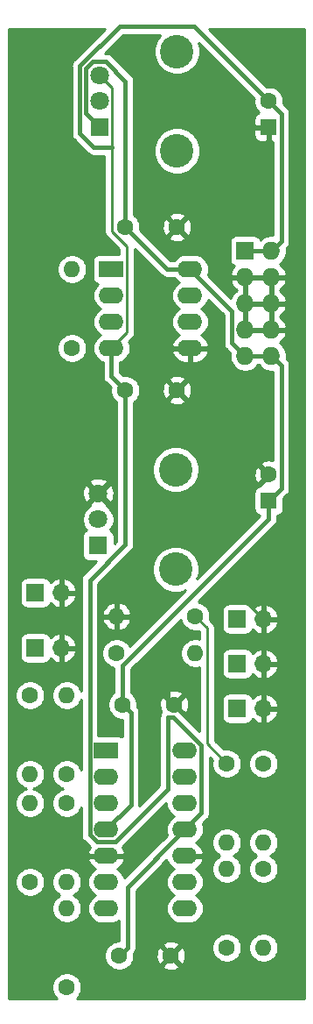
<source format=gbr>
%TF.GenerationSoftware,KiCad,Pcbnew,(5.1.9)-1*%
%TF.CreationDate,2021-05-29T21:38:12+01:00*%
%TF.ProjectId,KosmicSuperspreader,4b6f736d-6963-4537-9570-657273707265,rev?*%
%TF.SameCoordinates,Original*%
%TF.FileFunction,Copper,L1,Top*%
%TF.FilePolarity,Positive*%
%FSLAX46Y46*%
G04 Gerber Fmt 4.6, Leading zero omitted, Abs format (unit mm)*
G04 Created by KiCad (PCBNEW (5.1.9)-1) date 2021-05-29 21:38:12*
%MOMM*%
%LPD*%
G01*
G04 APERTURE LIST*
%TA.AperFunction,ComponentPad*%
%ADD10O,2.400000X1.600000*%
%TD*%
%TA.AperFunction,ComponentPad*%
%ADD11R,2.400000X1.600000*%
%TD*%
%TA.AperFunction,ComponentPad*%
%ADD12C,3.240000*%
%TD*%
%TA.AperFunction,ComponentPad*%
%ADD13C,1.800000*%
%TD*%
%TA.AperFunction,ComponentPad*%
%ADD14R,1.800000X1.800000*%
%TD*%
%TA.AperFunction,ComponentPad*%
%ADD15O,1.600000X1.600000*%
%TD*%
%TA.AperFunction,ComponentPad*%
%ADD16C,1.600000*%
%TD*%
%TA.AperFunction,ComponentPad*%
%ADD17R,1.727200X1.727200*%
%TD*%
%TA.AperFunction,ComponentPad*%
%ADD18O,1.727200X1.727200*%
%TD*%
%TA.AperFunction,ComponentPad*%
%ADD19O,1.700000X1.700000*%
%TD*%
%TA.AperFunction,ComponentPad*%
%ADD20R,1.700000X1.700000*%
%TD*%
%TA.AperFunction,ComponentPad*%
%ADD21R,1.600000X1.600000*%
%TD*%
%TA.AperFunction,ViaPad*%
%ADD22C,0.800000*%
%TD*%
%TA.AperFunction,Conductor*%
%ADD23C,0.250000*%
%TD*%
%TA.AperFunction,Conductor*%
%ADD24C,0.400000*%
%TD*%
%TA.AperFunction,Conductor*%
%ADD25C,0.254000*%
%TD*%
%TA.AperFunction,Conductor*%
%ADD26C,0.100000*%
%TD*%
G04 APERTURE END LIST*
D10*
%TO.P,U2,14*%
%TO.N,OUTMINUS*%
X157734000Y-135382000D03*
%TO.P,U2,7*%
%TO.N,Net-(R10-Pad1)*%
X150114000Y-150622000D03*
%TO.P,U2,13*%
%TO.N,Net-(R7-Pad1)*%
X157734000Y-137922000D03*
%TO.P,U2,6*%
%TO.N,Net-(R10-Pad2)*%
X150114000Y-148082000D03*
%TO.P,U2,12*%
%TO.N,Net-(R6-Pad1)*%
X157734000Y-140462000D03*
%TO.P,U2,5*%
%TO.N,GND*%
X150114000Y-145542000D03*
%TO.P,U2,11*%
%TO.N,-12V*%
X157734000Y-143002000D03*
%TO.P,U2,4*%
%TO.N,+12V*%
X150114000Y-143002000D03*
%TO.P,U2,10*%
%TO.N,GND*%
X157734000Y-145542000D03*
%TO.P,U2,3*%
X150114000Y-140462000D03*
%TO.P,U2,9*%
%TO.N,Net-(R11-Pad1)*%
X157734000Y-148082000D03*
%TO.P,U2,2*%
%TO.N,Net-(R1-Pad1)*%
X150114000Y-137922000D03*
%TO.P,U2,8*%
%TO.N,OUTPLUS*%
X157734000Y-150622000D03*
D11*
%TO.P,U2,1*%
%TO.N,Net-(R3-Pad1)*%
X150114000Y-135382000D03*
%TD*%
D10*
%TO.P,U1,8*%
%TO.N,+12V*%
X158242000Y-88900000D03*
%TO.P,U1,4*%
%TO.N,-12V*%
X150622000Y-96520000D03*
%TO.P,U1,7*%
%TO.N,Net-(U1-Pad6)*%
X158242000Y-91440000D03*
%TO.P,U1,3*%
%TO.N,INPUT*%
X150622000Y-93980000D03*
%TO.P,U1,6*%
%TO.N,Net-(U1-Pad6)*%
X158242000Y-93980000D03*
%TO.P,U1,2*%
%TO.N,OUTPUT*%
X150622000Y-91440000D03*
%TO.P,U1,5*%
%TO.N,GND*%
X158242000Y-96520000D03*
D11*
%TO.P,U1,1*%
%TO.N,OUTPUT*%
X150622000Y-88900000D03*
%TD*%
D12*
%TO.P,SPREAD,*%
%TO.N,*%
X156972000Y-77470000D03*
X156972000Y-67870000D03*
D13*
%TO.P,SPREAD,3*%
%TO.N,-12V*%
X149472000Y-70170000D03*
%TO.P,SPREAD,2*%
%TO.N,Net-(R2-Pad2)*%
X149472000Y-72670000D03*
D14*
%TO.P,SPREAD,1*%
%TO.N,+12V*%
X149472000Y-75170000D03*
%TD*%
D12*
%TO.P,RV1,*%
%TO.N,*%
X156852000Y-117870000D03*
X156852000Y-108270000D03*
D13*
%TO.P,RV1,3*%
%TO.N,GND*%
X149352000Y-110570000D03*
%TO.P,RV1,2*%
%TO.N,Net-(R1-Pad2)*%
X149352000Y-113070000D03*
D14*
%TO.P,RV1,1*%
%TO.N,SPREAD*%
X149352000Y-115570000D03*
%TD*%
D15*
%TO.P,R12,2*%
%TO.N,Net-(R11-Pad1)*%
X161798000Y-146812000D03*
D16*
%TO.P,R12,1*%
%TO.N,OUTPLUS*%
X161798000Y-154432000D03*
%TD*%
D15*
%TO.P,R11,2*%
%TO.N,Net-(R10-Pad1)*%
X165354000Y-154432000D03*
D16*
%TO.P,R11,1*%
%TO.N,Net-(R11-Pad1)*%
X165354000Y-146812000D03*
%TD*%
D15*
%TO.P,R10,2*%
%TO.N,Net-(R10-Pad2)*%
X146304000Y-150622000D03*
D16*
%TO.P,R10,1*%
%TO.N,Net-(R10-Pad1)*%
X146304000Y-158242000D03*
%TD*%
D15*
%TO.P,R9,2*%
%TO.N,Net-(R7-Pad1)*%
X158750000Y-125984000D03*
D16*
%TO.P,R9,1*%
%TO.N,OUTMINUS*%
X151130000Y-125984000D03*
%TD*%
D15*
%TO.P,R8,2*%
%TO.N,GND*%
X151130000Y-122428000D03*
D16*
%TO.P,R8,1*%
%TO.N,Net-(R6-Pad1)*%
X158750000Y-122428000D03*
%TD*%
D15*
%TO.P,R7,2*%
%TO.N,Net-(R3-Pad1)*%
X146304000Y-148082000D03*
D16*
%TO.P,R7,1*%
%TO.N,Net-(R7-Pad1)*%
X146304000Y-140462000D03*
%TD*%
D15*
%TO.P,R6,2*%
%TO.N,INPUT*%
X161798000Y-144272000D03*
D16*
%TO.P,R6,1*%
%TO.N,Net-(R6-Pad1)*%
X161798000Y-136652000D03*
%TD*%
D15*
%TO.P,R5,2*%
%TO.N,INPUT*%
X165354000Y-144272000D03*
D16*
%TO.P,R5,1*%
%TO.N,Net-(R10-Pad2)*%
X165354000Y-136652000D03*
%TD*%
D15*
%TO.P,R4,2*%
%TO.N,Net-(R3-Pad1)*%
X142748000Y-140462000D03*
D16*
%TO.P,R4,1*%
%TO.N,Net-(R10-Pad2)*%
X142748000Y-148082000D03*
%TD*%
D15*
%TO.P,R3,2*%
%TO.N,Net-(R1-Pad1)*%
X142748000Y-137668000D03*
D16*
%TO.P,R3,1*%
%TO.N,Net-(R3-Pad1)*%
X142748000Y-130048000D03*
%TD*%
D15*
%TO.P,R2,2*%
%TO.N,Net-(R2-Pad2)*%
X146812000Y-88900000D03*
D16*
%TO.P,R2,1*%
%TO.N,Net-(R1-Pad1)*%
X146812000Y-96520000D03*
%TD*%
D15*
%TO.P,R1,2*%
%TO.N,Net-(R1-Pad2)*%
X146304000Y-130048000D03*
D16*
%TO.P,R1,1*%
%TO.N,Net-(R1-Pad1)*%
X146304000Y-137668000D03*
%TD*%
D17*
%TO.P,J6,1*%
%TO.N,-12V*%
X163576000Y-87122000D03*
D18*
%TO.P,J6,2*%
X166116000Y-87122000D03*
%TO.P,J6,3*%
%TO.N,GND*%
X163576000Y-89662000D03*
%TO.P,J6,4*%
X166116000Y-89662000D03*
%TO.P,J6,5*%
X163576000Y-92202000D03*
%TO.P,J6,6*%
X166116000Y-92202000D03*
%TO.P,J6,7*%
X163576000Y-94742000D03*
%TO.P,J6,8*%
X166116000Y-94742000D03*
%TO.P,J6,9*%
%TO.N,+12V*%
X163576000Y-97282000D03*
%TO.P,J6,10*%
X166116000Y-97282000D03*
%TD*%
D19*
%TO.P,BUFFER,2*%
%TO.N,GND*%
X145796000Y-120142000D03*
D20*
%TO.P,BUFFER,1*%
%TO.N,OUTPUT*%
X143256000Y-120142000D03*
%TD*%
D19*
%TO.P,O +,2*%
%TO.N,GND*%
X165354000Y-127000000D03*
D20*
%TO.P,O +,1*%
%TO.N,OUTPLUS*%
X162814000Y-127000000D03*
%TD*%
D19*
%TO.P,O -,2*%
%TO.N,GND*%
X165354000Y-122682000D03*
D20*
%TO.P,O -,1*%
%TO.N,OUTMINUS*%
X162814000Y-122682000D03*
%TD*%
D19*
%TO.P,S IN,2*%
%TO.N,GND*%
X145796000Y-125476000D03*
D20*
%TO.P,S IN,1*%
%TO.N,SPREAD*%
X143256000Y-125476000D03*
%TD*%
D19*
%TO.P,CV IN,2*%
%TO.N,GND*%
X165354000Y-131318000D03*
D20*
%TO.P,CV IN,1*%
%TO.N,INPUT*%
X162814000Y-131318000D03*
%TD*%
D16*
%TO.P,C6,2*%
%TO.N,GND*%
X156384000Y-155194000D03*
%TO.P,C6,1*%
%TO.N,-12V*%
X151384000Y-155194000D03*
%TD*%
%TO.P,C5,2*%
%TO.N,GND*%
X156694759Y-130950000D03*
%TO.P,C5,1*%
%TO.N,+12V*%
X151694759Y-130950000D03*
%TD*%
%TO.P,C4,2*%
%TO.N,GND*%
X156972000Y-100584000D03*
%TO.P,C4,1*%
%TO.N,-12V*%
X151972000Y-100584000D03*
%TD*%
%TO.P,C3,2*%
%TO.N,GND*%
X156972000Y-84836000D03*
%TO.P,C3,1*%
%TO.N,+12V*%
X151972000Y-84836000D03*
%TD*%
%TO.P,C2,2*%
%TO.N,-12V*%
X165862000Y-72684000D03*
D21*
%TO.P,C2,1*%
%TO.N,GND*%
X165862000Y-75184000D03*
%TD*%
D16*
%TO.P,C1,2*%
%TO.N,GND*%
X165862000Y-108752000D03*
D21*
%TO.P,C1,1*%
%TO.N,+12V*%
X165862000Y-111252000D03*
%TD*%
D22*
%TO.N,GND*%
X156210000Y-120904000D03*
X161798000Y-120650000D03*
X156210000Y-125222000D03*
%TD*%
D23*
%TO.N,GND*%
X154686000Y-122428000D02*
X156210000Y-120904000D01*
X151130000Y-122428000D02*
X154686000Y-122428000D01*
X163322000Y-120650000D02*
X165354000Y-122682000D01*
X161798000Y-120650000D02*
X163322000Y-120650000D01*
X156210000Y-130465241D02*
X156694759Y-130950000D01*
X156210000Y-125222000D02*
X156210000Y-130465241D01*
D24*
%TO.N,+12V*%
X151972000Y-70745998D02*
X151972000Y-84836000D01*
X150096001Y-68869999D02*
X151972000Y-70745998D01*
X148847999Y-68869999D02*
X150096001Y-68869999D01*
X148171999Y-69545999D02*
X148847999Y-68869999D01*
X148171999Y-73869999D02*
X148171999Y-69545999D01*
X149472000Y-75170000D02*
X148171999Y-73869999D01*
X156036000Y-88900000D02*
X151972000Y-84836000D01*
X158242000Y-88900000D02*
X156036000Y-88900000D01*
X162312399Y-96018399D02*
X163576000Y-97282000D01*
X162312399Y-92970399D02*
X162312399Y-96018399D01*
X158242000Y-88900000D02*
X162312399Y-92970399D01*
X166116000Y-97282000D02*
X163576000Y-97282000D01*
X167062001Y-110051999D02*
X165862000Y-111252000D01*
X167062001Y-98228001D02*
X167062001Y-110051999D01*
X166116000Y-97282000D02*
X167062001Y-98228001D01*
X151694759Y-127195243D02*
X151694759Y-130950000D01*
X165862000Y-113028002D02*
X151694759Y-127195243D01*
X165862000Y-111252000D02*
X165862000Y-113028002D01*
X152494758Y-140621242D02*
X150114000Y-143002000D01*
X152494758Y-131749999D02*
X152494758Y-140621242D01*
X151694759Y-130950000D02*
X152494758Y-131749999D01*
D23*
%TO.N,-12V*%
X150697001Y-71395001D02*
X149472000Y-70170000D01*
X152147010Y-86676012D02*
X150697001Y-85226003D01*
X152147010Y-94994990D02*
X152147010Y-86676012D01*
X150622000Y-96520000D02*
X152147010Y-94994990D01*
D24*
X167062001Y-73884001D02*
X165862000Y-72684000D01*
X167062001Y-86175999D02*
X167062001Y-73884001D01*
X166116000Y-87122000D02*
X167062001Y-86175999D01*
X163576000Y-87122000D02*
X166116000Y-87122000D01*
X148922997Y-77140999D02*
X150697001Y-77140999D01*
X147571989Y-75789991D02*
X148922997Y-77140999D01*
X151419446Y-65450010D02*
X147571989Y-69297467D01*
X158628010Y-65450010D02*
X151419446Y-65450010D01*
X165862000Y-72684000D02*
X158628010Y-65450010D01*
D23*
X150697001Y-77140999D02*
X150697001Y-71395001D01*
D24*
X147571989Y-69297467D02*
X147571989Y-75789991D01*
D23*
X150697001Y-85226003D02*
X150697001Y-77140999D01*
D24*
X152183999Y-154394001D02*
X152183999Y-148552001D01*
X152183999Y-148552001D02*
X157734000Y-143002000D01*
X151384000Y-155194000D02*
X152183999Y-154394001D01*
X151972000Y-115470002D02*
X151972000Y-100584000D01*
X148513990Y-118928012D02*
X151972000Y-115470002D01*
X148513990Y-143499060D02*
X148513990Y-118928012D01*
X156118758Y-139094312D02*
X151011060Y-144202010D01*
X151011060Y-144202010D02*
X149216940Y-144202010D01*
X156118758Y-132150001D02*
X156118758Y-139094312D01*
X156599071Y-132150001D02*
X156118758Y-132150001D01*
X159334010Y-134884940D02*
X156599071Y-132150001D01*
X159334010Y-141401990D02*
X159334010Y-134884940D01*
X149216940Y-144202010D02*
X148513990Y-143499060D01*
X157734000Y-143002000D02*
X159334010Y-141401990D01*
X150622000Y-99234000D02*
X151972000Y-100584000D01*
X150622000Y-96520000D02*
X150622000Y-99234000D01*
D23*
%TO.N,Net-(R6-Pad1)*%
X159875001Y-123553001D02*
X158750000Y-122428000D01*
X159875001Y-134729001D02*
X159875001Y-123553001D01*
X161798000Y-136652000D02*
X159875001Y-134729001D01*
%TD*%
D25*
%TO.N,GND*%
X147010568Y-68678021D02*
X146978698Y-68704176D01*
X146892097Y-68809701D01*
X146874353Y-68831322D01*
X146796817Y-68976381D01*
X146749071Y-69133779D01*
X146732949Y-69297467D01*
X146736989Y-69338486D01*
X146736990Y-75748963D01*
X146732949Y-75789991D01*
X146749071Y-75953679D01*
X146796817Y-76111077D01*
X146874353Y-76256136D01*
X146874354Y-76256137D01*
X146978699Y-76383282D01*
X147010563Y-76409432D01*
X148303560Y-77702431D01*
X148329706Y-77734290D01*
X148361565Y-77760436D01*
X148361567Y-77760438D01*
X148456851Y-77838635D01*
X148601910Y-77916171D01*
X148759308Y-77963917D01*
X148922997Y-77980039D01*
X148964015Y-77975999D01*
X149937002Y-77975999D01*
X149937001Y-85188681D01*
X149933325Y-85226003D01*
X149937001Y-85263325D01*
X149937001Y-85263335D01*
X149947998Y-85374988D01*
X149971448Y-85452292D01*
X149991455Y-85518249D01*
X150062027Y-85650279D01*
X150082348Y-85675040D01*
X150157000Y-85766004D01*
X150186003Y-85789806D01*
X151387011Y-86990816D01*
X151387011Y-87461928D01*
X149422000Y-87461928D01*
X149297518Y-87474188D01*
X149177820Y-87510498D01*
X149067506Y-87569463D01*
X148970815Y-87648815D01*
X148891463Y-87745506D01*
X148832498Y-87855820D01*
X148796188Y-87975518D01*
X148783928Y-88100000D01*
X148783928Y-89700000D01*
X148796188Y-89824482D01*
X148832498Y-89944180D01*
X148891463Y-90054494D01*
X148970815Y-90151185D01*
X149067506Y-90230537D01*
X149177820Y-90289502D01*
X149297518Y-90325812D01*
X149315482Y-90327581D01*
X149202392Y-90420392D01*
X149023068Y-90638899D01*
X148889818Y-90888192D01*
X148807764Y-91158691D01*
X148780057Y-91440000D01*
X148807764Y-91721309D01*
X148889818Y-91991808D01*
X149023068Y-92241101D01*
X149202392Y-92459608D01*
X149420899Y-92638932D01*
X149553858Y-92710000D01*
X149420899Y-92781068D01*
X149202392Y-92960392D01*
X149023068Y-93178899D01*
X148889818Y-93428192D01*
X148807764Y-93698691D01*
X148780057Y-93980000D01*
X148807764Y-94261309D01*
X148889818Y-94531808D01*
X149023068Y-94781101D01*
X149202392Y-94999608D01*
X149420899Y-95178932D01*
X149553858Y-95250000D01*
X149420899Y-95321068D01*
X149202392Y-95500392D01*
X149023068Y-95718899D01*
X148889818Y-95968192D01*
X148807764Y-96238691D01*
X148780057Y-96520000D01*
X148807764Y-96801309D01*
X148889818Y-97071808D01*
X149023068Y-97321101D01*
X149202392Y-97539608D01*
X149420899Y-97718932D01*
X149670192Y-97852182D01*
X149787001Y-97887615D01*
X149787001Y-99192972D01*
X149782960Y-99234000D01*
X149799082Y-99397688D01*
X149846828Y-99555086D01*
X149924364Y-99700145D01*
X149924365Y-99700146D01*
X150028710Y-99827291D01*
X150060574Y-99853441D01*
X150555715Y-100348582D01*
X150537000Y-100442665D01*
X150537000Y-100725335D01*
X150592147Y-101002574D01*
X150700320Y-101263727D01*
X150857363Y-101498759D01*
X151057241Y-101698637D01*
X151137001Y-101751931D01*
X151137000Y-115124133D01*
X150890072Y-115371061D01*
X150890072Y-114670000D01*
X150877812Y-114545518D01*
X150841502Y-114425820D01*
X150782537Y-114315506D01*
X150703185Y-114218815D01*
X150606494Y-114139463D01*
X150506697Y-114086120D01*
X150544312Y-114048505D01*
X150712299Y-113797095D01*
X150828011Y-113517743D01*
X150887000Y-113221184D01*
X150887000Y-112918816D01*
X150828011Y-112622257D01*
X150712299Y-112342905D01*
X150544312Y-112091495D01*
X150330505Y-111877688D01*
X150187690Y-111782262D01*
X150236475Y-111634080D01*
X149352000Y-110749605D01*
X148467525Y-111634080D01*
X148516310Y-111782262D01*
X148373495Y-111877688D01*
X148159688Y-112091495D01*
X147991701Y-112342905D01*
X147875989Y-112622257D01*
X147817000Y-112918816D01*
X147817000Y-113221184D01*
X147875989Y-113517743D01*
X147991701Y-113797095D01*
X148159688Y-114048505D01*
X148197303Y-114086120D01*
X148097506Y-114139463D01*
X148000815Y-114218815D01*
X147921463Y-114315506D01*
X147862498Y-114425820D01*
X147826188Y-114545518D01*
X147813928Y-114670000D01*
X147813928Y-116470000D01*
X147826188Y-116594482D01*
X147862498Y-116714180D01*
X147921463Y-116824494D01*
X148000815Y-116921185D01*
X148097506Y-117000537D01*
X148207820Y-117059502D01*
X148327518Y-117095812D01*
X148452000Y-117108072D01*
X149153062Y-117108072D01*
X147952564Y-118308571D01*
X147920700Y-118334721D01*
X147894552Y-118366583D01*
X147816354Y-118461867D01*
X147738818Y-118606926D01*
X147691072Y-118764324D01*
X147674950Y-118928012D01*
X147678991Y-118969041D01*
X147678991Y-129617687D01*
X147575680Y-129368273D01*
X147418637Y-129133241D01*
X147218759Y-128933363D01*
X146983727Y-128776320D01*
X146722574Y-128668147D01*
X146445335Y-128613000D01*
X146162665Y-128613000D01*
X145885426Y-128668147D01*
X145624273Y-128776320D01*
X145389241Y-128933363D01*
X145189363Y-129133241D01*
X145032320Y-129368273D01*
X144924147Y-129629426D01*
X144869000Y-129906665D01*
X144869000Y-130189335D01*
X144924147Y-130466574D01*
X145032320Y-130727727D01*
X145189363Y-130962759D01*
X145389241Y-131162637D01*
X145624273Y-131319680D01*
X145885426Y-131427853D01*
X146162665Y-131483000D01*
X146445335Y-131483000D01*
X146722574Y-131427853D01*
X146983727Y-131319680D01*
X147218759Y-131162637D01*
X147418637Y-130962759D01*
X147575680Y-130727727D01*
X147678991Y-130478313D01*
X147678990Y-137237686D01*
X147575680Y-136988273D01*
X147418637Y-136753241D01*
X147218759Y-136553363D01*
X146983727Y-136396320D01*
X146722574Y-136288147D01*
X146445335Y-136233000D01*
X146162665Y-136233000D01*
X145885426Y-136288147D01*
X145624273Y-136396320D01*
X145389241Y-136553363D01*
X145189363Y-136753241D01*
X145032320Y-136988273D01*
X144924147Y-137249426D01*
X144869000Y-137526665D01*
X144869000Y-137809335D01*
X144924147Y-138086574D01*
X145032320Y-138347727D01*
X145189363Y-138582759D01*
X145389241Y-138782637D01*
X145624273Y-138939680D01*
X145885426Y-139047853D01*
X145971629Y-139065000D01*
X145885426Y-139082147D01*
X145624273Y-139190320D01*
X145389241Y-139347363D01*
X145189363Y-139547241D01*
X145032320Y-139782273D01*
X144924147Y-140043426D01*
X144869000Y-140320665D01*
X144869000Y-140603335D01*
X144924147Y-140880574D01*
X145032320Y-141141727D01*
X145189363Y-141376759D01*
X145389241Y-141576637D01*
X145624273Y-141733680D01*
X145885426Y-141841853D01*
X146162665Y-141897000D01*
X146445335Y-141897000D01*
X146722574Y-141841853D01*
X146983727Y-141733680D01*
X147218759Y-141576637D01*
X147418637Y-141376759D01*
X147575680Y-141141727D01*
X147678990Y-140892314D01*
X147678990Y-143458042D01*
X147674950Y-143499060D01*
X147678990Y-143540078D01*
X147691072Y-143662748D01*
X147738818Y-143820146D01*
X147816354Y-143965205D01*
X147920699Y-144092351D01*
X147952568Y-144118506D01*
X148545267Y-144711205D01*
X148450285Y-144850354D01*
X148339633Y-145110182D01*
X148322096Y-145192961D01*
X148444085Y-145415000D01*
X149987000Y-145415000D01*
X149987000Y-145395000D01*
X150241000Y-145395000D01*
X150241000Y-145415000D01*
X151783915Y-145415000D01*
X151905904Y-145192961D01*
X151888367Y-145110182D01*
X151777715Y-144850354D01*
X151682732Y-144711205D01*
X155895633Y-140498306D01*
X155919764Y-140743309D01*
X156001818Y-141013808D01*
X156135068Y-141263101D01*
X156314392Y-141481608D01*
X156532899Y-141660932D01*
X156665858Y-141732000D01*
X156532899Y-141803068D01*
X156314392Y-141982392D01*
X156135068Y-142200899D01*
X156001818Y-142450192D01*
X155919764Y-142720691D01*
X155892057Y-143002000D01*
X155919764Y-143283309D01*
X156001703Y-143553429D01*
X151887787Y-147667346D01*
X151846182Y-147530192D01*
X151712932Y-147280899D01*
X151533608Y-147062392D01*
X151315101Y-146883068D01*
X151187259Y-146814735D01*
X151416839Y-146664601D01*
X151618500Y-146466895D01*
X151777715Y-146233646D01*
X151888367Y-145973818D01*
X151905904Y-145891039D01*
X151783915Y-145669000D01*
X150241000Y-145669000D01*
X150241000Y-145689000D01*
X149987000Y-145689000D01*
X149987000Y-145669000D01*
X148444085Y-145669000D01*
X148322096Y-145891039D01*
X148339633Y-145973818D01*
X148450285Y-146233646D01*
X148609500Y-146466895D01*
X148811161Y-146664601D01*
X149040741Y-146814735D01*
X148912899Y-146883068D01*
X148694392Y-147062392D01*
X148515068Y-147280899D01*
X148381818Y-147530192D01*
X148299764Y-147800691D01*
X148272057Y-148082000D01*
X148299764Y-148363309D01*
X148381818Y-148633808D01*
X148515068Y-148883101D01*
X148694392Y-149101608D01*
X148912899Y-149280932D01*
X149045858Y-149352000D01*
X148912899Y-149423068D01*
X148694392Y-149602392D01*
X148515068Y-149820899D01*
X148381818Y-150070192D01*
X148299764Y-150340691D01*
X148272057Y-150622000D01*
X148299764Y-150903309D01*
X148381818Y-151173808D01*
X148515068Y-151423101D01*
X148694392Y-151641608D01*
X148912899Y-151820932D01*
X149162192Y-151954182D01*
X149432691Y-152036236D01*
X149643508Y-152057000D01*
X150584492Y-152057000D01*
X150795309Y-152036236D01*
X151065808Y-151954182D01*
X151315101Y-151820932D01*
X151348999Y-151793112D01*
X151348999Y-153759000D01*
X151242665Y-153759000D01*
X150965426Y-153814147D01*
X150704273Y-153922320D01*
X150469241Y-154079363D01*
X150269363Y-154279241D01*
X150112320Y-154514273D01*
X150004147Y-154775426D01*
X149949000Y-155052665D01*
X149949000Y-155335335D01*
X150004147Y-155612574D01*
X150112320Y-155873727D01*
X150269363Y-156108759D01*
X150469241Y-156308637D01*
X150704273Y-156465680D01*
X150965426Y-156573853D01*
X151242665Y-156629000D01*
X151525335Y-156629000D01*
X151802574Y-156573853D01*
X152063727Y-156465680D01*
X152298759Y-156308637D01*
X152420694Y-156186702D01*
X155570903Y-156186702D01*
X155642486Y-156430671D01*
X155897996Y-156551571D01*
X156172184Y-156620300D01*
X156454512Y-156634217D01*
X156734130Y-156592787D01*
X157000292Y-156497603D01*
X157125514Y-156430671D01*
X157197097Y-156186702D01*
X156384000Y-155373605D01*
X155570903Y-156186702D01*
X152420694Y-156186702D01*
X152498637Y-156108759D01*
X152655680Y-155873727D01*
X152763853Y-155612574D01*
X152819000Y-155335335D01*
X152819000Y-155264512D01*
X154943783Y-155264512D01*
X154985213Y-155544130D01*
X155080397Y-155810292D01*
X155147329Y-155935514D01*
X155391298Y-156007097D01*
X156204395Y-155194000D01*
X156563605Y-155194000D01*
X157376702Y-156007097D01*
X157620671Y-155935514D01*
X157741571Y-155680004D01*
X157810300Y-155405816D01*
X157824217Y-155123488D01*
X157782787Y-154843870D01*
X157687603Y-154577708D01*
X157620671Y-154452486D01*
X157376702Y-154380903D01*
X156563605Y-155194000D01*
X156204395Y-155194000D01*
X155391298Y-154380903D01*
X155147329Y-154452486D01*
X155026429Y-154707996D01*
X154957700Y-154982184D01*
X154943783Y-155264512D01*
X152819000Y-155264512D01*
X152819000Y-155052665D01*
X152800396Y-154959137D01*
X152881635Y-154860147D01*
X152959171Y-154715088D01*
X153006917Y-154557690D01*
X153018999Y-154435020D01*
X153018999Y-154435010D01*
X153023038Y-154394002D01*
X153018999Y-154352994D01*
X153018999Y-154201298D01*
X155570903Y-154201298D01*
X156384000Y-155014395D01*
X157107730Y-154290665D01*
X160363000Y-154290665D01*
X160363000Y-154573335D01*
X160418147Y-154850574D01*
X160526320Y-155111727D01*
X160683363Y-155346759D01*
X160883241Y-155546637D01*
X161118273Y-155703680D01*
X161379426Y-155811853D01*
X161656665Y-155867000D01*
X161939335Y-155867000D01*
X162216574Y-155811853D01*
X162477727Y-155703680D01*
X162712759Y-155546637D01*
X162912637Y-155346759D01*
X163069680Y-155111727D01*
X163177853Y-154850574D01*
X163233000Y-154573335D01*
X163233000Y-154290665D01*
X163919000Y-154290665D01*
X163919000Y-154573335D01*
X163974147Y-154850574D01*
X164082320Y-155111727D01*
X164239363Y-155346759D01*
X164439241Y-155546637D01*
X164674273Y-155703680D01*
X164935426Y-155811853D01*
X165212665Y-155867000D01*
X165495335Y-155867000D01*
X165772574Y-155811853D01*
X166033727Y-155703680D01*
X166268759Y-155546637D01*
X166468637Y-155346759D01*
X166625680Y-155111727D01*
X166733853Y-154850574D01*
X166789000Y-154573335D01*
X166789000Y-154290665D01*
X166733853Y-154013426D01*
X166625680Y-153752273D01*
X166468637Y-153517241D01*
X166268759Y-153317363D01*
X166033727Y-153160320D01*
X165772574Y-153052147D01*
X165495335Y-152997000D01*
X165212665Y-152997000D01*
X164935426Y-153052147D01*
X164674273Y-153160320D01*
X164439241Y-153317363D01*
X164239363Y-153517241D01*
X164082320Y-153752273D01*
X163974147Y-154013426D01*
X163919000Y-154290665D01*
X163233000Y-154290665D01*
X163177853Y-154013426D01*
X163069680Y-153752273D01*
X162912637Y-153517241D01*
X162712759Y-153317363D01*
X162477727Y-153160320D01*
X162216574Y-153052147D01*
X161939335Y-152997000D01*
X161656665Y-152997000D01*
X161379426Y-153052147D01*
X161118273Y-153160320D01*
X160883241Y-153317363D01*
X160683363Y-153517241D01*
X160526320Y-153752273D01*
X160418147Y-154013426D01*
X160363000Y-154290665D01*
X157107730Y-154290665D01*
X157197097Y-154201298D01*
X157125514Y-153957329D01*
X156870004Y-153836429D01*
X156595816Y-153767700D01*
X156313488Y-153753783D01*
X156033870Y-153795213D01*
X155767708Y-153890397D01*
X155642486Y-153957329D01*
X155570903Y-154201298D01*
X153018999Y-154201298D01*
X153018999Y-148897868D01*
X155956734Y-145960134D01*
X155959633Y-145973818D01*
X156070285Y-146233646D01*
X156229500Y-146466895D01*
X156431161Y-146664601D01*
X156660741Y-146814735D01*
X156532899Y-146883068D01*
X156314392Y-147062392D01*
X156135068Y-147280899D01*
X156001818Y-147530192D01*
X155919764Y-147800691D01*
X155892057Y-148082000D01*
X155919764Y-148363309D01*
X156001818Y-148633808D01*
X156135068Y-148883101D01*
X156314392Y-149101608D01*
X156532899Y-149280932D01*
X156665858Y-149352000D01*
X156532899Y-149423068D01*
X156314392Y-149602392D01*
X156135068Y-149820899D01*
X156001818Y-150070192D01*
X155919764Y-150340691D01*
X155892057Y-150622000D01*
X155919764Y-150903309D01*
X156001818Y-151173808D01*
X156135068Y-151423101D01*
X156314392Y-151641608D01*
X156532899Y-151820932D01*
X156782192Y-151954182D01*
X157052691Y-152036236D01*
X157263508Y-152057000D01*
X158204492Y-152057000D01*
X158415309Y-152036236D01*
X158685808Y-151954182D01*
X158935101Y-151820932D01*
X159153608Y-151641608D01*
X159332932Y-151423101D01*
X159466182Y-151173808D01*
X159548236Y-150903309D01*
X159575943Y-150622000D01*
X159548236Y-150340691D01*
X159466182Y-150070192D01*
X159332932Y-149820899D01*
X159153608Y-149602392D01*
X158935101Y-149423068D01*
X158802142Y-149352000D01*
X158935101Y-149280932D01*
X159153608Y-149101608D01*
X159332932Y-148883101D01*
X159466182Y-148633808D01*
X159548236Y-148363309D01*
X159575943Y-148082000D01*
X159548236Y-147800691D01*
X159466182Y-147530192D01*
X159332932Y-147280899D01*
X159153608Y-147062392D01*
X158935101Y-146883068D01*
X158807259Y-146814735D01*
X159036839Y-146664601D01*
X159238500Y-146466895D01*
X159397715Y-146233646D01*
X159508367Y-145973818D01*
X159525904Y-145891039D01*
X159403915Y-145669000D01*
X157861000Y-145669000D01*
X157861000Y-145689000D01*
X157607000Y-145689000D01*
X157607000Y-145669000D01*
X157587000Y-145669000D01*
X157587000Y-145415000D01*
X157607000Y-145415000D01*
X157607000Y-145395000D01*
X157861000Y-145395000D01*
X157861000Y-145415000D01*
X159403915Y-145415000D01*
X159525904Y-145192961D01*
X159508367Y-145110182D01*
X159397715Y-144850354D01*
X159238500Y-144617105D01*
X159036839Y-144419399D01*
X158807259Y-144269265D01*
X158935101Y-144200932D01*
X159020721Y-144130665D01*
X160363000Y-144130665D01*
X160363000Y-144413335D01*
X160418147Y-144690574D01*
X160526320Y-144951727D01*
X160683363Y-145186759D01*
X160883241Y-145386637D01*
X161115759Y-145542000D01*
X160883241Y-145697363D01*
X160683363Y-145897241D01*
X160526320Y-146132273D01*
X160418147Y-146393426D01*
X160363000Y-146670665D01*
X160363000Y-146953335D01*
X160418147Y-147230574D01*
X160526320Y-147491727D01*
X160683363Y-147726759D01*
X160883241Y-147926637D01*
X161118273Y-148083680D01*
X161379426Y-148191853D01*
X161656665Y-148247000D01*
X161939335Y-148247000D01*
X162216574Y-148191853D01*
X162477727Y-148083680D01*
X162712759Y-147926637D01*
X162912637Y-147726759D01*
X163069680Y-147491727D01*
X163177853Y-147230574D01*
X163233000Y-146953335D01*
X163233000Y-146670665D01*
X163177853Y-146393426D01*
X163069680Y-146132273D01*
X162912637Y-145897241D01*
X162712759Y-145697363D01*
X162480241Y-145542000D01*
X162712759Y-145386637D01*
X162912637Y-145186759D01*
X163069680Y-144951727D01*
X163177853Y-144690574D01*
X163233000Y-144413335D01*
X163233000Y-144130665D01*
X163919000Y-144130665D01*
X163919000Y-144413335D01*
X163974147Y-144690574D01*
X164082320Y-144951727D01*
X164239363Y-145186759D01*
X164439241Y-145386637D01*
X164671759Y-145542000D01*
X164439241Y-145697363D01*
X164239363Y-145897241D01*
X164082320Y-146132273D01*
X163974147Y-146393426D01*
X163919000Y-146670665D01*
X163919000Y-146953335D01*
X163974147Y-147230574D01*
X164082320Y-147491727D01*
X164239363Y-147726759D01*
X164439241Y-147926637D01*
X164674273Y-148083680D01*
X164935426Y-148191853D01*
X165212665Y-148247000D01*
X165495335Y-148247000D01*
X165772574Y-148191853D01*
X166033727Y-148083680D01*
X166268759Y-147926637D01*
X166468637Y-147726759D01*
X166625680Y-147491727D01*
X166733853Y-147230574D01*
X166789000Y-146953335D01*
X166789000Y-146670665D01*
X166733853Y-146393426D01*
X166625680Y-146132273D01*
X166468637Y-145897241D01*
X166268759Y-145697363D01*
X166036241Y-145542000D01*
X166268759Y-145386637D01*
X166468637Y-145186759D01*
X166625680Y-144951727D01*
X166733853Y-144690574D01*
X166789000Y-144413335D01*
X166789000Y-144130665D01*
X166733853Y-143853426D01*
X166625680Y-143592273D01*
X166468637Y-143357241D01*
X166268759Y-143157363D01*
X166033727Y-143000320D01*
X165772574Y-142892147D01*
X165495335Y-142837000D01*
X165212665Y-142837000D01*
X164935426Y-142892147D01*
X164674273Y-143000320D01*
X164439241Y-143157363D01*
X164239363Y-143357241D01*
X164082320Y-143592273D01*
X163974147Y-143853426D01*
X163919000Y-144130665D01*
X163233000Y-144130665D01*
X163177853Y-143853426D01*
X163069680Y-143592273D01*
X162912637Y-143357241D01*
X162712759Y-143157363D01*
X162477727Y-143000320D01*
X162216574Y-142892147D01*
X161939335Y-142837000D01*
X161656665Y-142837000D01*
X161379426Y-142892147D01*
X161118273Y-143000320D01*
X160883241Y-143157363D01*
X160683363Y-143357241D01*
X160526320Y-143592273D01*
X160418147Y-143853426D01*
X160363000Y-144130665D01*
X159020721Y-144130665D01*
X159153608Y-144021608D01*
X159332932Y-143803101D01*
X159466182Y-143553808D01*
X159548236Y-143283309D01*
X159575943Y-143002000D01*
X159548236Y-142720691D01*
X159466297Y-142450571D01*
X159895443Y-142021426D01*
X159927301Y-141995281D01*
X160031646Y-141868136D01*
X160109182Y-141723077D01*
X160156928Y-141565679D01*
X160169010Y-141443009D01*
X160169010Y-141443008D01*
X160173050Y-141401990D01*
X160169010Y-141360972D01*
X160169010Y-136097811D01*
X160399312Y-136328114D01*
X160363000Y-136510665D01*
X160363000Y-136793335D01*
X160418147Y-137070574D01*
X160526320Y-137331727D01*
X160683363Y-137566759D01*
X160883241Y-137766637D01*
X161118273Y-137923680D01*
X161379426Y-138031853D01*
X161656665Y-138087000D01*
X161939335Y-138087000D01*
X162216574Y-138031853D01*
X162477727Y-137923680D01*
X162712759Y-137766637D01*
X162912637Y-137566759D01*
X163069680Y-137331727D01*
X163177853Y-137070574D01*
X163233000Y-136793335D01*
X163233000Y-136510665D01*
X163919000Y-136510665D01*
X163919000Y-136793335D01*
X163974147Y-137070574D01*
X164082320Y-137331727D01*
X164239363Y-137566759D01*
X164439241Y-137766637D01*
X164674273Y-137923680D01*
X164935426Y-138031853D01*
X165212665Y-138087000D01*
X165495335Y-138087000D01*
X165772574Y-138031853D01*
X166033727Y-137923680D01*
X166268759Y-137766637D01*
X166468637Y-137566759D01*
X166625680Y-137331727D01*
X166733853Y-137070574D01*
X166789000Y-136793335D01*
X166789000Y-136510665D01*
X166733853Y-136233426D01*
X166625680Y-135972273D01*
X166468637Y-135737241D01*
X166268759Y-135537363D01*
X166033727Y-135380320D01*
X165772574Y-135272147D01*
X165495335Y-135217000D01*
X165212665Y-135217000D01*
X164935426Y-135272147D01*
X164674273Y-135380320D01*
X164439241Y-135537363D01*
X164239363Y-135737241D01*
X164082320Y-135972273D01*
X163974147Y-136233426D01*
X163919000Y-136510665D01*
X163233000Y-136510665D01*
X163177853Y-136233426D01*
X163069680Y-135972273D01*
X162912637Y-135737241D01*
X162712759Y-135537363D01*
X162477727Y-135380320D01*
X162216574Y-135272147D01*
X161939335Y-135217000D01*
X161656665Y-135217000D01*
X161474114Y-135253312D01*
X160635001Y-134414200D01*
X160635001Y-130468000D01*
X161325928Y-130468000D01*
X161325928Y-132168000D01*
X161338188Y-132292482D01*
X161374498Y-132412180D01*
X161433463Y-132522494D01*
X161512815Y-132619185D01*
X161609506Y-132698537D01*
X161719820Y-132757502D01*
X161839518Y-132793812D01*
X161964000Y-132806072D01*
X163664000Y-132806072D01*
X163788482Y-132793812D01*
X163908180Y-132757502D01*
X164018494Y-132698537D01*
X164115185Y-132619185D01*
X164194537Y-132522494D01*
X164253502Y-132412180D01*
X164277966Y-132331534D01*
X164353731Y-132415588D01*
X164587080Y-132589641D01*
X164849901Y-132714825D01*
X164997110Y-132759476D01*
X165227000Y-132638155D01*
X165227000Y-131445000D01*
X165481000Y-131445000D01*
X165481000Y-132638155D01*
X165710890Y-132759476D01*
X165858099Y-132714825D01*
X166120920Y-132589641D01*
X166354269Y-132415588D01*
X166549178Y-132199355D01*
X166698157Y-131949252D01*
X166795481Y-131674891D01*
X166674814Y-131445000D01*
X165481000Y-131445000D01*
X165227000Y-131445000D01*
X165207000Y-131445000D01*
X165207000Y-131191000D01*
X165227000Y-131191000D01*
X165227000Y-129997845D01*
X165481000Y-129997845D01*
X165481000Y-131191000D01*
X166674814Y-131191000D01*
X166795481Y-130961109D01*
X166698157Y-130686748D01*
X166549178Y-130436645D01*
X166354269Y-130220412D01*
X166120920Y-130046359D01*
X165858099Y-129921175D01*
X165710890Y-129876524D01*
X165481000Y-129997845D01*
X165227000Y-129997845D01*
X164997110Y-129876524D01*
X164849901Y-129921175D01*
X164587080Y-130046359D01*
X164353731Y-130220412D01*
X164277966Y-130304466D01*
X164253502Y-130223820D01*
X164194537Y-130113506D01*
X164115185Y-130016815D01*
X164018494Y-129937463D01*
X163908180Y-129878498D01*
X163788482Y-129842188D01*
X163664000Y-129829928D01*
X161964000Y-129829928D01*
X161839518Y-129842188D01*
X161719820Y-129878498D01*
X161609506Y-129937463D01*
X161512815Y-130016815D01*
X161433463Y-130113506D01*
X161374498Y-130223820D01*
X161338188Y-130343518D01*
X161325928Y-130468000D01*
X160635001Y-130468000D01*
X160635001Y-126150000D01*
X161325928Y-126150000D01*
X161325928Y-127850000D01*
X161338188Y-127974482D01*
X161374498Y-128094180D01*
X161433463Y-128204494D01*
X161512815Y-128301185D01*
X161609506Y-128380537D01*
X161719820Y-128439502D01*
X161839518Y-128475812D01*
X161964000Y-128488072D01*
X163664000Y-128488072D01*
X163788482Y-128475812D01*
X163908180Y-128439502D01*
X164018494Y-128380537D01*
X164115185Y-128301185D01*
X164194537Y-128204494D01*
X164253502Y-128094180D01*
X164277966Y-128013534D01*
X164353731Y-128097588D01*
X164587080Y-128271641D01*
X164849901Y-128396825D01*
X164997110Y-128441476D01*
X165227000Y-128320155D01*
X165227000Y-127127000D01*
X165481000Y-127127000D01*
X165481000Y-128320155D01*
X165710890Y-128441476D01*
X165858099Y-128396825D01*
X166120920Y-128271641D01*
X166354269Y-128097588D01*
X166549178Y-127881355D01*
X166698157Y-127631252D01*
X166795481Y-127356891D01*
X166674814Y-127127000D01*
X165481000Y-127127000D01*
X165227000Y-127127000D01*
X165207000Y-127127000D01*
X165207000Y-126873000D01*
X165227000Y-126873000D01*
X165227000Y-125679845D01*
X165481000Y-125679845D01*
X165481000Y-126873000D01*
X166674814Y-126873000D01*
X166795481Y-126643109D01*
X166698157Y-126368748D01*
X166549178Y-126118645D01*
X166354269Y-125902412D01*
X166120920Y-125728359D01*
X165858099Y-125603175D01*
X165710890Y-125558524D01*
X165481000Y-125679845D01*
X165227000Y-125679845D01*
X164997110Y-125558524D01*
X164849901Y-125603175D01*
X164587080Y-125728359D01*
X164353731Y-125902412D01*
X164277966Y-125986466D01*
X164253502Y-125905820D01*
X164194537Y-125795506D01*
X164115185Y-125698815D01*
X164018494Y-125619463D01*
X163908180Y-125560498D01*
X163788482Y-125524188D01*
X163664000Y-125511928D01*
X161964000Y-125511928D01*
X161839518Y-125524188D01*
X161719820Y-125560498D01*
X161609506Y-125619463D01*
X161512815Y-125698815D01*
X161433463Y-125795506D01*
X161374498Y-125905820D01*
X161338188Y-126025518D01*
X161325928Y-126150000D01*
X160635001Y-126150000D01*
X160635001Y-123590326D01*
X160638677Y-123553001D01*
X160635001Y-123515676D01*
X160635001Y-123515668D01*
X160624004Y-123404015D01*
X160580547Y-123260754D01*
X160509975Y-123128725D01*
X160415002Y-123013000D01*
X160386004Y-122989202D01*
X160148688Y-122751886D01*
X160185000Y-122569335D01*
X160185000Y-122286665D01*
X160129853Y-122009426D01*
X160056361Y-121832000D01*
X161325928Y-121832000D01*
X161325928Y-123532000D01*
X161338188Y-123656482D01*
X161374498Y-123776180D01*
X161433463Y-123886494D01*
X161512815Y-123983185D01*
X161609506Y-124062537D01*
X161719820Y-124121502D01*
X161839518Y-124157812D01*
X161964000Y-124170072D01*
X163664000Y-124170072D01*
X163788482Y-124157812D01*
X163908180Y-124121502D01*
X164018494Y-124062537D01*
X164115185Y-123983185D01*
X164194537Y-123886494D01*
X164253502Y-123776180D01*
X164277966Y-123695534D01*
X164353731Y-123779588D01*
X164587080Y-123953641D01*
X164849901Y-124078825D01*
X164997110Y-124123476D01*
X165227000Y-124002155D01*
X165227000Y-122809000D01*
X165481000Y-122809000D01*
X165481000Y-124002155D01*
X165710890Y-124123476D01*
X165858099Y-124078825D01*
X166120920Y-123953641D01*
X166354269Y-123779588D01*
X166549178Y-123563355D01*
X166698157Y-123313252D01*
X166795481Y-123038891D01*
X166674814Y-122809000D01*
X165481000Y-122809000D01*
X165227000Y-122809000D01*
X165207000Y-122809000D01*
X165207000Y-122555000D01*
X165227000Y-122555000D01*
X165227000Y-121361845D01*
X165481000Y-121361845D01*
X165481000Y-122555000D01*
X166674814Y-122555000D01*
X166795481Y-122325109D01*
X166698157Y-122050748D01*
X166549178Y-121800645D01*
X166354269Y-121584412D01*
X166120920Y-121410359D01*
X165858099Y-121285175D01*
X165710890Y-121240524D01*
X165481000Y-121361845D01*
X165227000Y-121361845D01*
X164997110Y-121240524D01*
X164849901Y-121285175D01*
X164587080Y-121410359D01*
X164353731Y-121584412D01*
X164277966Y-121668466D01*
X164253502Y-121587820D01*
X164194537Y-121477506D01*
X164115185Y-121380815D01*
X164018494Y-121301463D01*
X163908180Y-121242498D01*
X163788482Y-121206188D01*
X163664000Y-121193928D01*
X161964000Y-121193928D01*
X161839518Y-121206188D01*
X161719820Y-121242498D01*
X161609506Y-121301463D01*
X161512815Y-121380815D01*
X161433463Y-121477506D01*
X161374498Y-121587820D01*
X161338188Y-121707518D01*
X161325928Y-121832000D01*
X160056361Y-121832000D01*
X160021680Y-121748273D01*
X159864637Y-121513241D01*
X159664759Y-121313363D01*
X159429727Y-121156320D01*
X159168574Y-121048147D01*
X159046921Y-121023948D01*
X166423427Y-113647443D01*
X166455291Y-113621293D01*
X166559636Y-113494148D01*
X166637172Y-113349089D01*
X166684918Y-113191691D01*
X166697000Y-113069021D01*
X166697000Y-113069011D01*
X166701039Y-113028003D01*
X166697000Y-112986995D01*
X166697000Y-112686625D01*
X166786482Y-112677812D01*
X166906180Y-112641502D01*
X167016494Y-112582537D01*
X167113185Y-112503185D01*
X167192537Y-112406494D01*
X167251502Y-112296180D01*
X167287812Y-112176482D01*
X167300072Y-112052000D01*
X167300072Y-110994796D01*
X167623433Y-110671436D01*
X167655292Y-110645290D01*
X167759637Y-110518145D01*
X167837173Y-110373086D01*
X167884919Y-110215688D01*
X167897001Y-110093018D01*
X167897001Y-110093017D01*
X167901041Y-110051999D01*
X167897001Y-110010981D01*
X167897001Y-98269008D01*
X167901040Y-98228000D01*
X167897001Y-98186992D01*
X167897001Y-98186982D01*
X167884919Y-98064312D01*
X167837173Y-97906914D01*
X167759637Y-97761855D01*
X167655292Y-97634710D01*
X167623429Y-97608561D01*
X167586373Y-97571505D01*
X167614600Y-97429599D01*
X167614600Y-97134401D01*
X167557010Y-96844875D01*
X167444042Y-96572147D01*
X167280039Y-96326698D01*
X167071302Y-96117961D01*
X166905897Y-96007441D01*
X167004488Y-95948817D01*
X167222854Y-95752293D01*
X167398684Y-95516944D01*
X167525222Y-95251814D01*
X167570958Y-95101026D01*
X167449817Y-94869000D01*
X166243000Y-94869000D01*
X166243000Y-94889000D01*
X165989000Y-94889000D01*
X165989000Y-94869000D01*
X163703000Y-94869000D01*
X163703000Y-94889000D01*
X163449000Y-94889000D01*
X163449000Y-94869000D01*
X163429000Y-94869000D01*
X163429000Y-94615000D01*
X163449000Y-94615000D01*
X163449000Y-92329000D01*
X163703000Y-92329000D01*
X163703000Y-94615000D01*
X165989000Y-94615000D01*
X165989000Y-92329000D01*
X166243000Y-92329000D01*
X166243000Y-94615000D01*
X167449817Y-94615000D01*
X167570958Y-94382974D01*
X167525222Y-94232186D01*
X167398684Y-93967056D01*
X167222854Y-93731707D01*
X167004488Y-93535183D01*
X166898230Y-93472000D01*
X167004488Y-93408817D01*
X167222854Y-93212293D01*
X167398684Y-92976944D01*
X167525222Y-92711814D01*
X167570958Y-92561026D01*
X167449817Y-92329000D01*
X166243000Y-92329000D01*
X165989000Y-92329000D01*
X163703000Y-92329000D01*
X163449000Y-92329000D01*
X163429000Y-92329000D01*
X163429000Y-92075000D01*
X163449000Y-92075000D01*
X163449000Y-89789000D01*
X163703000Y-89789000D01*
X163703000Y-92075000D01*
X165989000Y-92075000D01*
X165989000Y-89789000D01*
X166243000Y-89789000D01*
X166243000Y-92075000D01*
X167449817Y-92075000D01*
X167570958Y-91842974D01*
X167525222Y-91692186D01*
X167398684Y-91427056D01*
X167222854Y-91191707D01*
X167004488Y-90995183D01*
X166898230Y-90932000D01*
X167004488Y-90868817D01*
X167222854Y-90672293D01*
X167398684Y-90436944D01*
X167525222Y-90171814D01*
X167570958Y-90021026D01*
X167449817Y-89789000D01*
X166243000Y-89789000D01*
X165989000Y-89789000D01*
X163703000Y-89789000D01*
X163449000Y-89789000D01*
X162242183Y-89789000D01*
X162121042Y-90021026D01*
X162166778Y-90171814D01*
X162293316Y-90436944D01*
X162469146Y-90672293D01*
X162687512Y-90868817D01*
X162793770Y-90932000D01*
X162687512Y-90995183D01*
X162469146Y-91191707D01*
X162293316Y-91427056D01*
X162182375Y-91659507D01*
X159974297Y-89451430D01*
X160056236Y-89181309D01*
X160083943Y-88900000D01*
X160056236Y-88618691D01*
X159974182Y-88348192D01*
X159840932Y-88098899D01*
X159661608Y-87880392D01*
X159443101Y-87701068D01*
X159193808Y-87567818D01*
X158923309Y-87485764D01*
X158712492Y-87465000D01*
X157771508Y-87465000D01*
X157560691Y-87485764D01*
X157290192Y-87567818D01*
X157040899Y-87701068D01*
X156822392Y-87880392D01*
X156670888Y-88065000D01*
X156381869Y-88065000D01*
X154145570Y-85828702D01*
X156158903Y-85828702D01*
X156230486Y-86072671D01*
X156485996Y-86193571D01*
X156760184Y-86262300D01*
X157042512Y-86276217D01*
X157322130Y-86234787D01*
X157588292Y-86139603D01*
X157713514Y-86072671D01*
X157785097Y-85828702D01*
X156972000Y-85015605D01*
X156158903Y-85828702D01*
X154145570Y-85828702D01*
X153388285Y-85071418D01*
X153407000Y-84977335D01*
X153407000Y-84906512D01*
X155531783Y-84906512D01*
X155573213Y-85186130D01*
X155668397Y-85452292D01*
X155735329Y-85577514D01*
X155979298Y-85649097D01*
X156792395Y-84836000D01*
X157151605Y-84836000D01*
X157964702Y-85649097D01*
X158208671Y-85577514D01*
X158329571Y-85322004D01*
X158398300Y-85047816D01*
X158412217Y-84765488D01*
X158370787Y-84485870D01*
X158275603Y-84219708D01*
X158208671Y-84094486D01*
X157964702Y-84022903D01*
X157151605Y-84836000D01*
X156792395Y-84836000D01*
X155979298Y-84022903D01*
X155735329Y-84094486D01*
X155614429Y-84349996D01*
X155545700Y-84624184D01*
X155531783Y-84906512D01*
X153407000Y-84906512D01*
X153407000Y-84694665D01*
X153351853Y-84417426D01*
X153243680Y-84156273D01*
X153086637Y-83921241D01*
X153008694Y-83843298D01*
X156158903Y-83843298D01*
X156972000Y-84656395D01*
X157785097Y-83843298D01*
X157713514Y-83599329D01*
X157458004Y-83478429D01*
X157183816Y-83409700D01*
X156901488Y-83395783D01*
X156621870Y-83437213D01*
X156355708Y-83532397D01*
X156230486Y-83599329D01*
X156158903Y-83843298D01*
X153008694Y-83843298D01*
X152886759Y-83721363D01*
X152807000Y-83668070D01*
X152807000Y-77247902D01*
X154717000Y-77247902D01*
X154717000Y-77692098D01*
X154803658Y-78127759D01*
X154973645Y-78538143D01*
X155220427Y-78907479D01*
X155534521Y-79221573D01*
X155903857Y-79468355D01*
X156314241Y-79638342D01*
X156749902Y-79725000D01*
X157194098Y-79725000D01*
X157629759Y-79638342D01*
X158040143Y-79468355D01*
X158409479Y-79221573D01*
X158723573Y-78907479D01*
X158970355Y-78538143D01*
X159140342Y-78127759D01*
X159227000Y-77692098D01*
X159227000Y-77247902D01*
X159140342Y-76812241D01*
X158970355Y-76401857D01*
X158723573Y-76032521D01*
X158675052Y-75984000D01*
X164423928Y-75984000D01*
X164436188Y-76108482D01*
X164472498Y-76228180D01*
X164531463Y-76338494D01*
X164610815Y-76435185D01*
X164707506Y-76514537D01*
X164817820Y-76573502D01*
X164937518Y-76609812D01*
X165062000Y-76622072D01*
X165576250Y-76619000D01*
X165735000Y-76460250D01*
X165735000Y-75311000D01*
X164585750Y-75311000D01*
X164427000Y-75469750D01*
X164423928Y-75984000D01*
X158675052Y-75984000D01*
X158409479Y-75718427D01*
X158040143Y-75471645D01*
X157629759Y-75301658D01*
X157194098Y-75215000D01*
X156749902Y-75215000D01*
X156314241Y-75301658D01*
X155903857Y-75471645D01*
X155534521Y-75718427D01*
X155220427Y-76032521D01*
X154973645Y-76401857D01*
X154803658Y-76812241D01*
X154717000Y-77247902D01*
X152807000Y-77247902D01*
X152807000Y-70787013D01*
X152811040Y-70745997D01*
X152804638Y-70681002D01*
X152794918Y-70582309D01*
X152747172Y-70424911D01*
X152669636Y-70279852D01*
X152565291Y-70152707D01*
X152533428Y-70126558D01*
X150715447Y-68308578D01*
X150689292Y-68276708D01*
X150562147Y-68172363D01*
X150417088Y-68094827D01*
X150259690Y-68047081D01*
X150137020Y-68034999D01*
X150137019Y-68034999D01*
X150096001Y-68030959D01*
X150054983Y-68034999D01*
X150015325Y-68034999D01*
X151765315Y-66285010D01*
X155367938Y-66285010D01*
X155220427Y-66432521D01*
X154973645Y-66801857D01*
X154803658Y-67212241D01*
X154717000Y-67647902D01*
X154717000Y-68092098D01*
X154803658Y-68527759D01*
X154973645Y-68938143D01*
X155220427Y-69307479D01*
X155534521Y-69621573D01*
X155903857Y-69868355D01*
X156314241Y-70038342D01*
X156749902Y-70125000D01*
X157194098Y-70125000D01*
X157629759Y-70038342D01*
X158040143Y-69868355D01*
X158409479Y-69621573D01*
X158723573Y-69307479D01*
X158970355Y-68938143D01*
X159140342Y-68527759D01*
X159227000Y-68092098D01*
X159227000Y-67647902D01*
X159140342Y-67212241D01*
X159091529Y-67094396D01*
X164445714Y-72448583D01*
X164427000Y-72542665D01*
X164427000Y-72825335D01*
X164482147Y-73102574D01*
X164590320Y-73363727D01*
X164747363Y-73598759D01*
X164913943Y-73765339D01*
X164817820Y-73794498D01*
X164707506Y-73853463D01*
X164610815Y-73932815D01*
X164531463Y-74029506D01*
X164472498Y-74139820D01*
X164436188Y-74259518D01*
X164423928Y-74384000D01*
X164427000Y-74898250D01*
X164585750Y-75057000D01*
X165735000Y-75057000D01*
X165735000Y-75037000D01*
X165989000Y-75037000D01*
X165989000Y-75057000D01*
X166009000Y-75057000D01*
X166009000Y-75311000D01*
X165989000Y-75311000D01*
X165989000Y-76460250D01*
X166147750Y-76619000D01*
X166227002Y-76619473D01*
X166227001Y-85623400D01*
X165968401Y-85623400D01*
X165678875Y-85680990D01*
X165406147Y-85793958D01*
X165160698Y-85957961D01*
X165046636Y-86072023D01*
X165029102Y-86014220D01*
X164970137Y-85903906D01*
X164890785Y-85807215D01*
X164794094Y-85727863D01*
X164683780Y-85668898D01*
X164564082Y-85632588D01*
X164439600Y-85620328D01*
X162712400Y-85620328D01*
X162587918Y-85632588D01*
X162468220Y-85668898D01*
X162357906Y-85727863D01*
X162261215Y-85807215D01*
X162181863Y-85903906D01*
X162122898Y-86014220D01*
X162086588Y-86133918D01*
X162074328Y-86258400D01*
X162074328Y-87985600D01*
X162086588Y-88110082D01*
X162122898Y-88229780D01*
X162181863Y-88340094D01*
X162261215Y-88436785D01*
X162357906Y-88516137D01*
X162468220Y-88575102D01*
X162532574Y-88594624D01*
X162469146Y-88651707D01*
X162293316Y-88887056D01*
X162166778Y-89152186D01*
X162121042Y-89302974D01*
X162242183Y-89535000D01*
X163449000Y-89535000D01*
X163449000Y-89515000D01*
X163703000Y-89515000D01*
X163703000Y-89535000D01*
X165989000Y-89535000D01*
X165989000Y-89515000D01*
X166243000Y-89515000D01*
X166243000Y-89535000D01*
X167449817Y-89535000D01*
X167570958Y-89302974D01*
X167525222Y-89152186D01*
X167398684Y-88887056D01*
X167222854Y-88651707D01*
X167004488Y-88455183D01*
X166905897Y-88396559D01*
X167071302Y-88286039D01*
X167280039Y-88077302D01*
X167444042Y-87831853D01*
X167557010Y-87559125D01*
X167614600Y-87269599D01*
X167614600Y-86974401D01*
X167586373Y-86832495D01*
X167623429Y-86795439D01*
X167655292Y-86769290D01*
X167759637Y-86642145D01*
X167837173Y-86497086D01*
X167884919Y-86339688D01*
X167897001Y-86217018D01*
X167897001Y-86217008D01*
X167901040Y-86176000D01*
X167897001Y-86134992D01*
X167897001Y-73925019D01*
X167901041Y-73884001D01*
X167888649Y-73758188D01*
X167884919Y-73720312D01*
X167837173Y-73562914D01*
X167759637Y-73417855D01*
X167729913Y-73381636D01*
X167681440Y-73322571D01*
X167681438Y-73322569D01*
X167655292Y-73290710D01*
X167623433Y-73264564D01*
X167278286Y-72919417D01*
X167297000Y-72825335D01*
X167297000Y-72542665D01*
X167241853Y-72265426D01*
X167133680Y-72004273D01*
X166976637Y-71769241D01*
X166776759Y-71569363D01*
X166541727Y-71412320D01*
X166280574Y-71304147D01*
X166003335Y-71249000D01*
X165720665Y-71249000D01*
X165626583Y-71267714D01*
X160043867Y-65685000D01*
X169315000Y-65685000D01*
X169315001Y-159315000D01*
X147260396Y-159315000D01*
X147418637Y-159156759D01*
X147575680Y-158921727D01*
X147683853Y-158660574D01*
X147739000Y-158383335D01*
X147739000Y-158100665D01*
X147683853Y-157823426D01*
X147575680Y-157562273D01*
X147418637Y-157327241D01*
X147218759Y-157127363D01*
X146983727Y-156970320D01*
X146722574Y-156862147D01*
X146445335Y-156807000D01*
X146162665Y-156807000D01*
X145885426Y-156862147D01*
X145624273Y-156970320D01*
X145389241Y-157127363D01*
X145189363Y-157327241D01*
X145032320Y-157562273D01*
X144924147Y-157823426D01*
X144869000Y-158100665D01*
X144869000Y-158383335D01*
X144924147Y-158660574D01*
X145032320Y-158921727D01*
X145189363Y-159156759D01*
X145347604Y-159315000D01*
X140685000Y-159315000D01*
X140685000Y-147940665D01*
X141313000Y-147940665D01*
X141313000Y-148223335D01*
X141368147Y-148500574D01*
X141476320Y-148761727D01*
X141633363Y-148996759D01*
X141833241Y-149196637D01*
X142068273Y-149353680D01*
X142329426Y-149461853D01*
X142606665Y-149517000D01*
X142889335Y-149517000D01*
X143166574Y-149461853D01*
X143427727Y-149353680D01*
X143662759Y-149196637D01*
X143862637Y-148996759D01*
X144019680Y-148761727D01*
X144127853Y-148500574D01*
X144183000Y-148223335D01*
X144183000Y-147940665D01*
X144869000Y-147940665D01*
X144869000Y-148223335D01*
X144924147Y-148500574D01*
X145032320Y-148761727D01*
X145189363Y-148996759D01*
X145389241Y-149196637D01*
X145621759Y-149352000D01*
X145389241Y-149507363D01*
X145189363Y-149707241D01*
X145032320Y-149942273D01*
X144924147Y-150203426D01*
X144869000Y-150480665D01*
X144869000Y-150763335D01*
X144924147Y-151040574D01*
X145032320Y-151301727D01*
X145189363Y-151536759D01*
X145389241Y-151736637D01*
X145624273Y-151893680D01*
X145885426Y-152001853D01*
X146162665Y-152057000D01*
X146445335Y-152057000D01*
X146722574Y-152001853D01*
X146983727Y-151893680D01*
X147218759Y-151736637D01*
X147418637Y-151536759D01*
X147575680Y-151301727D01*
X147683853Y-151040574D01*
X147739000Y-150763335D01*
X147739000Y-150480665D01*
X147683853Y-150203426D01*
X147575680Y-149942273D01*
X147418637Y-149707241D01*
X147218759Y-149507363D01*
X146986241Y-149352000D01*
X147218759Y-149196637D01*
X147418637Y-148996759D01*
X147575680Y-148761727D01*
X147683853Y-148500574D01*
X147739000Y-148223335D01*
X147739000Y-147940665D01*
X147683853Y-147663426D01*
X147575680Y-147402273D01*
X147418637Y-147167241D01*
X147218759Y-146967363D01*
X146983727Y-146810320D01*
X146722574Y-146702147D01*
X146445335Y-146647000D01*
X146162665Y-146647000D01*
X145885426Y-146702147D01*
X145624273Y-146810320D01*
X145389241Y-146967363D01*
X145189363Y-147167241D01*
X145032320Y-147402273D01*
X144924147Y-147663426D01*
X144869000Y-147940665D01*
X144183000Y-147940665D01*
X144127853Y-147663426D01*
X144019680Y-147402273D01*
X143862637Y-147167241D01*
X143662759Y-146967363D01*
X143427727Y-146810320D01*
X143166574Y-146702147D01*
X142889335Y-146647000D01*
X142606665Y-146647000D01*
X142329426Y-146702147D01*
X142068273Y-146810320D01*
X141833241Y-146967363D01*
X141633363Y-147167241D01*
X141476320Y-147402273D01*
X141368147Y-147663426D01*
X141313000Y-147940665D01*
X140685000Y-147940665D01*
X140685000Y-137526665D01*
X141313000Y-137526665D01*
X141313000Y-137809335D01*
X141368147Y-138086574D01*
X141476320Y-138347727D01*
X141633363Y-138582759D01*
X141833241Y-138782637D01*
X142068273Y-138939680D01*
X142329426Y-139047853D01*
X142415629Y-139065000D01*
X142329426Y-139082147D01*
X142068273Y-139190320D01*
X141833241Y-139347363D01*
X141633363Y-139547241D01*
X141476320Y-139782273D01*
X141368147Y-140043426D01*
X141313000Y-140320665D01*
X141313000Y-140603335D01*
X141368147Y-140880574D01*
X141476320Y-141141727D01*
X141633363Y-141376759D01*
X141833241Y-141576637D01*
X142068273Y-141733680D01*
X142329426Y-141841853D01*
X142606665Y-141897000D01*
X142889335Y-141897000D01*
X143166574Y-141841853D01*
X143427727Y-141733680D01*
X143662759Y-141576637D01*
X143862637Y-141376759D01*
X144019680Y-141141727D01*
X144127853Y-140880574D01*
X144183000Y-140603335D01*
X144183000Y-140320665D01*
X144127853Y-140043426D01*
X144019680Y-139782273D01*
X143862637Y-139547241D01*
X143662759Y-139347363D01*
X143427727Y-139190320D01*
X143166574Y-139082147D01*
X143080371Y-139065000D01*
X143166574Y-139047853D01*
X143427727Y-138939680D01*
X143662759Y-138782637D01*
X143862637Y-138582759D01*
X144019680Y-138347727D01*
X144127853Y-138086574D01*
X144183000Y-137809335D01*
X144183000Y-137526665D01*
X144127853Y-137249426D01*
X144019680Y-136988273D01*
X143862637Y-136753241D01*
X143662759Y-136553363D01*
X143427727Y-136396320D01*
X143166574Y-136288147D01*
X142889335Y-136233000D01*
X142606665Y-136233000D01*
X142329426Y-136288147D01*
X142068273Y-136396320D01*
X141833241Y-136553363D01*
X141633363Y-136753241D01*
X141476320Y-136988273D01*
X141368147Y-137249426D01*
X141313000Y-137526665D01*
X140685000Y-137526665D01*
X140685000Y-129906665D01*
X141313000Y-129906665D01*
X141313000Y-130189335D01*
X141368147Y-130466574D01*
X141476320Y-130727727D01*
X141633363Y-130962759D01*
X141833241Y-131162637D01*
X142068273Y-131319680D01*
X142329426Y-131427853D01*
X142606665Y-131483000D01*
X142889335Y-131483000D01*
X143166574Y-131427853D01*
X143427727Y-131319680D01*
X143662759Y-131162637D01*
X143862637Y-130962759D01*
X144019680Y-130727727D01*
X144127853Y-130466574D01*
X144183000Y-130189335D01*
X144183000Y-129906665D01*
X144127853Y-129629426D01*
X144019680Y-129368273D01*
X143862637Y-129133241D01*
X143662759Y-128933363D01*
X143427727Y-128776320D01*
X143166574Y-128668147D01*
X142889335Y-128613000D01*
X142606665Y-128613000D01*
X142329426Y-128668147D01*
X142068273Y-128776320D01*
X141833241Y-128933363D01*
X141633363Y-129133241D01*
X141476320Y-129368273D01*
X141368147Y-129629426D01*
X141313000Y-129906665D01*
X140685000Y-129906665D01*
X140685000Y-124626000D01*
X141767928Y-124626000D01*
X141767928Y-126326000D01*
X141780188Y-126450482D01*
X141816498Y-126570180D01*
X141875463Y-126680494D01*
X141954815Y-126777185D01*
X142051506Y-126856537D01*
X142161820Y-126915502D01*
X142281518Y-126951812D01*
X142406000Y-126964072D01*
X144106000Y-126964072D01*
X144230482Y-126951812D01*
X144350180Y-126915502D01*
X144460494Y-126856537D01*
X144557185Y-126777185D01*
X144636537Y-126680494D01*
X144695502Y-126570180D01*
X144719966Y-126489534D01*
X144795731Y-126573588D01*
X145029080Y-126747641D01*
X145291901Y-126872825D01*
X145439110Y-126917476D01*
X145669000Y-126796155D01*
X145669000Y-125603000D01*
X145923000Y-125603000D01*
X145923000Y-126796155D01*
X146152890Y-126917476D01*
X146300099Y-126872825D01*
X146562920Y-126747641D01*
X146796269Y-126573588D01*
X146991178Y-126357355D01*
X147140157Y-126107252D01*
X147237481Y-125832891D01*
X147116814Y-125603000D01*
X145923000Y-125603000D01*
X145669000Y-125603000D01*
X145649000Y-125603000D01*
X145649000Y-125349000D01*
X145669000Y-125349000D01*
X145669000Y-124155845D01*
X145923000Y-124155845D01*
X145923000Y-125349000D01*
X147116814Y-125349000D01*
X147237481Y-125119109D01*
X147140157Y-124844748D01*
X146991178Y-124594645D01*
X146796269Y-124378412D01*
X146562920Y-124204359D01*
X146300099Y-124079175D01*
X146152890Y-124034524D01*
X145923000Y-124155845D01*
X145669000Y-124155845D01*
X145439110Y-124034524D01*
X145291901Y-124079175D01*
X145029080Y-124204359D01*
X144795731Y-124378412D01*
X144719966Y-124462466D01*
X144695502Y-124381820D01*
X144636537Y-124271506D01*
X144557185Y-124174815D01*
X144460494Y-124095463D01*
X144350180Y-124036498D01*
X144230482Y-124000188D01*
X144106000Y-123987928D01*
X142406000Y-123987928D01*
X142281518Y-124000188D01*
X142161820Y-124036498D01*
X142051506Y-124095463D01*
X141954815Y-124174815D01*
X141875463Y-124271506D01*
X141816498Y-124381820D01*
X141780188Y-124501518D01*
X141767928Y-124626000D01*
X140685000Y-124626000D01*
X140685000Y-119292000D01*
X141767928Y-119292000D01*
X141767928Y-120992000D01*
X141780188Y-121116482D01*
X141816498Y-121236180D01*
X141875463Y-121346494D01*
X141954815Y-121443185D01*
X142051506Y-121522537D01*
X142161820Y-121581502D01*
X142281518Y-121617812D01*
X142406000Y-121630072D01*
X144106000Y-121630072D01*
X144230482Y-121617812D01*
X144350180Y-121581502D01*
X144460494Y-121522537D01*
X144557185Y-121443185D01*
X144636537Y-121346494D01*
X144695502Y-121236180D01*
X144719966Y-121155534D01*
X144795731Y-121239588D01*
X145029080Y-121413641D01*
X145291901Y-121538825D01*
X145439110Y-121583476D01*
X145669000Y-121462155D01*
X145669000Y-120269000D01*
X145923000Y-120269000D01*
X145923000Y-121462155D01*
X146152890Y-121583476D01*
X146300099Y-121538825D01*
X146562920Y-121413641D01*
X146796269Y-121239588D01*
X146991178Y-121023355D01*
X147140157Y-120773252D01*
X147237481Y-120498891D01*
X147116814Y-120269000D01*
X145923000Y-120269000D01*
X145669000Y-120269000D01*
X145649000Y-120269000D01*
X145649000Y-120015000D01*
X145669000Y-120015000D01*
X145669000Y-118821845D01*
X145923000Y-118821845D01*
X145923000Y-120015000D01*
X147116814Y-120015000D01*
X147237481Y-119785109D01*
X147140157Y-119510748D01*
X146991178Y-119260645D01*
X146796269Y-119044412D01*
X146562920Y-118870359D01*
X146300099Y-118745175D01*
X146152890Y-118700524D01*
X145923000Y-118821845D01*
X145669000Y-118821845D01*
X145439110Y-118700524D01*
X145291901Y-118745175D01*
X145029080Y-118870359D01*
X144795731Y-119044412D01*
X144719966Y-119128466D01*
X144695502Y-119047820D01*
X144636537Y-118937506D01*
X144557185Y-118840815D01*
X144460494Y-118761463D01*
X144350180Y-118702498D01*
X144230482Y-118666188D01*
X144106000Y-118653928D01*
X142406000Y-118653928D01*
X142281518Y-118666188D01*
X142161820Y-118702498D01*
X142051506Y-118761463D01*
X141954815Y-118840815D01*
X141875463Y-118937506D01*
X141816498Y-119047820D01*
X141780188Y-119167518D01*
X141767928Y-119292000D01*
X140685000Y-119292000D01*
X140685000Y-110636553D01*
X147811009Y-110636553D01*
X147853603Y-110935907D01*
X147953778Y-111221199D01*
X148033739Y-111370792D01*
X148287920Y-111454475D01*
X149172395Y-110570000D01*
X149531605Y-110570000D01*
X150416080Y-111454475D01*
X150670261Y-111370792D01*
X150801158Y-111098225D01*
X150876365Y-110805358D01*
X150892991Y-110503447D01*
X150850397Y-110204093D01*
X150750222Y-109918801D01*
X150670261Y-109769208D01*
X150416080Y-109685525D01*
X149531605Y-110570000D01*
X149172395Y-110570000D01*
X148287920Y-109685525D01*
X148033739Y-109769208D01*
X147902842Y-110041775D01*
X147827635Y-110334642D01*
X147811009Y-110636553D01*
X140685000Y-110636553D01*
X140685000Y-109505920D01*
X148467525Y-109505920D01*
X149352000Y-110390395D01*
X150236475Y-109505920D01*
X150152792Y-109251739D01*
X149880225Y-109120842D01*
X149587358Y-109045635D01*
X149285447Y-109029009D01*
X148986093Y-109071603D01*
X148700801Y-109171778D01*
X148551208Y-109251739D01*
X148467525Y-109505920D01*
X140685000Y-109505920D01*
X140685000Y-96378665D01*
X145377000Y-96378665D01*
X145377000Y-96661335D01*
X145432147Y-96938574D01*
X145540320Y-97199727D01*
X145697363Y-97434759D01*
X145897241Y-97634637D01*
X146132273Y-97791680D01*
X146393426Y-97899853D01*
X146670665Y-97955000D01*
X146953335Y-97955000D01*
X147230574Y-97899853D01*
X147491727Y-97791680D01*
X147726759Y-97634637D01*
X147926637Y-97434759D01*
X148083680Y-97199727D01*
X148191853Y-96938574D01*
X148247000Y-96661335D01*
X148247000Y-96378665D01*
X148191853Y-96101426D01*
X148083680Y-95840273D01*
X147926637Y-95605241D01*
X147726759Y-95405363D01*
X147491727Y-95248320D01*
X147230574Y-95140147D01*
X146953335Y-95085000D01*
X146670665Y-95085000D01*
X146393426Y-95140147D01*
X146132273Y-95248320D01*
X145897241Y-95405363D01*
X145697363Y-95605241D01*
X145540320Y-95840273D01*
X145432147Y-96101426D01*
X145377000Y-96378665D01*
X140685000Y-96378665D01*
X140685000Y-88758665D01*
X145377000Y-88758665D01*
X145377000Y-89041335D01*
X145432147Y-89318574D01*
X145540320Y-89579727D01*
X145697363Y-89814759D01*
X145897241Y-90014637D01*
X146132273Y-90171680D01*
X146393426Y-90279853D01*
X146670665Y-90335000D01*
X146953335Y-90335000D01*
X147230574Y-90279853D01*
X147491727Y-90171680D01*
X147726759Y-90014637D01*
X147926637Y-89814759D01*
X148083680Y-89579727D01*
X148191853Y-89318574D01*
X148247000Y-89041335D01*
X148247000Y-88758665D01*
X148191853Y-88481426D01*
X148083680Y-88220273D01*
X147926637Y-87985241D01*
X147726759Y-87785363D01*
X147491727Y-87628320D01*
X147230574Y-87520147D01*
X146953335Y-87465000D01*
X146670665Y-87465000D01*
X146393426Y-87520147D01*
X146132273Y-87628320D01*
X145897241Y-87785363D01*
X145697363Y-87985241D01*
X145540320Y-88220273D01*
X145432147Y-88481426D01*
X145377000Y-88758665D01*
X140685000Y-88758665D01*
X140685000Y-65685000D01*
X150003587Y-65685000D01*
X147010568Y-68678021D01*
%TA.AperFunction,Conductor*%
D26*
G36*
X147010568Y-68678021D02*
G01*
X146978698Y-68704176D01*
X146892097Y-68809701D01*
X146874353Y-68831322D01*
X146796817Y-68976381D01*
X146749071Y-69133779D01*
X146732949Y-69297467D01*
X146736989Y-69338486D01*
X146736990Y-75748963D01*
X146732949Y-75789991D01*
X146749071Y-75953679D01*
X146796817Y-76111077D01*
X146874353Y-76256136D01*
X146874354Y-76256137D01*
X146978699Y-76383282D01*
X147010563Y-76409432D01*
X148303560Y-77702431D01*
X148329706Y-77734290D01*
X148361565Y-77760436D01*
X148361567Y-77760438D01*
X148456851Y-77838635D01*
X148601910Y-77916171D01*
X148759308Y-77963917D01*
X148922997Y-77980039D01*
X148964015Y-77975999D01*
X149937002Y-77975999D01*
X149937001Y-85188681D01*
X149933325Y-85226003D01*
X149937001Y-85263325D01*
X149937001Y-85263335D01*
X149947998Y-85374988D01*
X149971448Y-85452292D01*
X149991455Y-85518249D01*
X150062027Y-85650279D01*
X150082348Y-85675040D01*
X150157000Y-85766004D01*
X150186003Y-85789806D01*
X151387011Y-86990816D01*
X151387011Y-87461928D01*
X149422000Y-87461928D01*
X149297518Y-87474188D01*
X149177820Y-87510498D01*
X149067506Y-87569463D01*
X148970815Y-87648815D01*
X148891463Y-87745506D01*
X148832498Y-87855820D01*
X148796188Y-87975518D01*
X148783928Y-88100000D01*
X148783928Y-89700000D01*
X148796188Y-89824482D01*
X148832498Y-89944180D01*
X148891463Y-90054494D01*
X148970815Y-90151185D01*
X149067506Y-90230537D01*
X149177820Y-90289502D01*
X149297518Y-90325812D01*
X149315482Y-90327581D01*
X149202392Y-90420392D01*
X149023068Y-90638899D01*
X148889818Y-90888192D01*
X148807764Y-91158691D01*
X148780057Y-91440000D01*
X148807764Y-91721309D01*
X148889818Y-91991808D01*
X149023068Y-92241101D01*
X149202392Y-92459608D01*
X149420899Y-92638932D01*
X149553858Y-92710000D01*
X149420899Y-92781068D01*
X149202392Y-92960392D01*
X149023068Y-93178899D01*
X148889818Y-93428192D01*
X148807764Y-93698691D01*
X148780057Y-93980000D01*
X148807764Y-94261309D01*
X148889818Y-94531808D01*
X149023068Y-94781101D01*
X149202392Y-94999608D01*
X149420899Y-95178932D01*
X149553858Y-95250000D01*
X149420899Y-95321068D01*
X149202392Y-95500392D01*
X149023068Y-95718899D01*
X148889818Y-95968192D01*
X148807764Y-96238691D01*
X148780057Y-96520000D01*
X148807764Y-96801309D01*
X148889818Y-97071808D01*
X149023068Y-97321101D01*
X149202392Y-97539608D01*
X149420899Y-97718932D01*
X149670192Y-97852182D01*
X149787001Y-97887615D01*
X149787001Y-99192972D01*
X149782960Y-99234000D01*
X149799082Y-99397688D01*
X149846828Y-99555086D01*
X149924364Y-99700145D01*
X149924365Y-99700146D01*
X150028710Y-99827291D01*
X150060574Y-99853441D01*
X150555715Y-100348582D01*
X150537000Y-100442665D01*
X150537000Y-100725335D01*
X150592147Y-101002574D01*
X150700320Y-101263727D01*
X150857363Y-101498759D01*
X151057241Y-101698637D01*
X151137001Y-101751931D01*
X151137000Y-115124133D01*
X150890072Y-115371061D01*
X150890072Y-114670000D01*
X150877812Y-114545518D01*
X150841502Y-114425820D01*
X150782537Y-114315506D01*
X150703185Y-114218815D01*
X150606494Y-114139463D01*
X150506697Y-114086120D01*
X150544312Y-114048505D01*
X150712299Y-113797095D01*
X150828011Y-113517743D01*
X150887000Y-113221184D01*
X150887000Y-112918816D01*
X150828011Y-112622257D01*
X150712299Y-112342905D01*
X150544312Y-112091495D01*
X150330505Y-111877688D01*
X150187690Y-111782262D01*
X150236475Y-111634080D01*
X149352000Y-110749605D01*
X148467525Y-111634080D01*
X148516310Y-111782262D01*
X148373495Y-111877688D01*
X148159688Y-112091495D01*
X147991701Y-112342905D01*
X147875989Y-112622257D01*
X147817000Y-112918816D01*
X147817000Y-113221184D01*
X147875989Y-113517743D01*
X147991701Y-113797095D01*
X148159688Y-114048505D01*
X148197303Y-114086120D01*
X148097506Y-114139463D01*
X148000815Y-114218815D01*
X147921463Y-114315506D01*
X147862498Y-114425820D01*
X147826188Y-114545518D01*
X147813928Y-114670000D01*
X147813928Y-116470000D01*
X147826188Y-116594482D01*
X147862498Y-116714180D01*
X147921463Y-116824494D01*
X148000815Y-116921185D01*
X148097506Y-117000537D01*
X148207820Y-117059502D01*
X148327518Y-117095812D01*
X148452000Y-117108072D01*
X149153062Y-117108072D01*
X147952564Y-118308571D01*
X147920700Y-118334721D01*
X147894552Y-118366583D01*
X147816354Y-118461867D01*
X147738818Y-118606926D01*
X147691072Y-118764324D01*
X147674950Y-118928012D01*
X147678991Y-118969041D01*
X147678991Y-129617687D01*
X147575680Y-129368273D01*
X147418637Y-129133241D01*
X147218759Y-128933363D01*
X146983727Y-128776320D01*
X146722574Y-128668147D01*
X146445335Y-128613000D01*
X146162665Y-128613000D01*
X145885426Y-128668147D01*
X145624273Y-128776320D01*
X145389241Y-128933363D01*
X145189363Y-129133241D01*
X145032320Y-129368273D01*
X144924147Y-129629426D01*
X144869000Y-129906665D01*
X144869000Y-130189335D01*
X144924147Y-130466574D01*
X145032320Y-130727727D01*
X145189363Y-130962759D01*
X145389241Y-131162637D01*
X145624273Y-131319680D01*
X145885426Y-131427853D01*
X146162665Y-131483000D01*
X146445335Y-131483000D01*
X146722574Y-131427853D01*
X146983727Y-131319680D01*
X147218759Y-131162637D01*
X147418637Y-130962759D01*
X147575680Y-130727727D01*
X147678991Y-130478313D01*
X147678990Y-137237686D01*
X147575680Y-136988273D01*
X147418637Y-136753241D01*
X147218759Y-136553363D01*
X146983727Y-136396320D01*
X146722574Y-136288147D01*
X146445335Y-136233000D01*
X146162665Y-136233000D01*
X145885426Y-136288147D01*
X145624273Y-136396320D01*
X145389241Y-136553363D01*
X145189363Y-136753241D01*
X145032320Y-136988273D01*
X144924147Y-137249426D01*
X144869000Y-137526665D01*
X144869000Y-137809335D01*
X144924147Y-138086574D01*
X145032320Y-138347727D01*
X145189363Y-138582759D01*
X145389241Y-138782637D01*
X145624273Y-138939680D01*
X145885426Y-139047853D01*
X145971629Y-139065000D01*
X145885426Y-139082147D01*
X145624273Y-139190320D01*
X145389241Y-139347363D01*
X145189363Y-139547241D01*
X145032320Y-139782273D01*
X144924147Y-140043426D01*
X144869000Y-140320665D01*
X144869000Y-140603335D01*
X144924147Y-140880574D01*
X145032320Y-141141727D01*
X145189363Y-141376759D01*
X145389241Y-141576637D01*
X145624273Y-141733680D01*
X145885426Y-141841853D01*
X146162665Y-141897000D01*
X146445335Y-141897000D01*
X146722574Y-141841853D01*
X146983727Y-141733680D01*
X147218759Y-141576637D01*
X147418637Y-141376759D01*
X147575680Y-141141727D01*
X147678990Y-140892314D01*
X147678990Y-143458042D01*
X147674950Y-143499060D01*
X147678990Y-143540078D01*
X147691072Y-143662748D01*
X147738818Y-143820146D01*
X147816354Y-143965205D01*
X147920699Y-144092351D01*
X147952568Y-144118506D01*
X148545267Y-144711205D01*
X148450285Y-144850354D01*
X148339633Y-145110182D01*
X148322096Y-145192961D01*
X148444085Y-145415000D01*
X149987000Y-145415000D01*
X149987000Y-145395000D01*
X150241000Y-145395000D01*
X150241000Y-145415000D01*
X151783915Y-145415000D01*
X151905904Y-145192961D01*
X151888367Y-145110182D01*
X151777715Y-144850354D01*
X151682732Y-144711205D01*
X155895633Y-140498306D01*
X155919764Y-140743309D01*
X156001818Y-141013808D01*
X156135068Y-141263101D01*
X156314392Y-141481608D01*
X156532899Y-141660932D01*
X156665858Y-141732000D01*
X156532899Y-141803068D01*
X156314392Y-141982392D01*
X156135068Y-142200899D01*
X156001818Y-142450192D01*
X155919764Y-142720691D01*
X155892057Y-143002000D01*
X155919764Y-143283309D01*
X156001703Y-143553429D01*
X151887787Y-147667346D01*
X151846182Y-147530192D01*
X151712932Y-147280899D01*
X151533608Y-147062392D01*
X151315101Y-146883068D01*
X151187259Y-146814735D01*
X151416839Y-146664601D01*
X151618500Y-146466895D01*
X151777715Y-146233646D01*
X151888367Y-145973818D01*
X151905904Y-145891039D01*
X151783915Y-145669000D01*
X150241000Y-145669000D01*
X150241000Y-145689000D01*
X149987000Y-145689000D01*
X149987000Y-145669000D01*
X148444085Y-145669000D01*
X148322096Y-145891039D01*
X148339633Y-145973818D01*
X148450285Y-146233646D01*
X148609500Y-146466895D01*
X148811161Y-146664601D01*
X149040741Y-146814735D01*
X148912899Y-146883068D01*
X148694392Y-147062392D01*
X148515068Y-147280899D01*
X148381818Y-147530192D01*
X148299764Y-147800691D01*
X148272057Y-148082000D01*
X148299764Y-148363309D01*
X148381818Y-148633808D01*
X148515068Y-148883101D01*
X148694392Y-149101608D01*
X148912899Y-149280932D01*
X149045858Y-149352000D01*
X148912899Y-149423068D01*
X148694392Y-149602392D01*
X148515068Y-149820899D01*
X148381818Y-150070192D01*
X148299764Y-150340691D01*
X148272057Y-150622000D01*
X148299764Y-150903309D01*
X148381818Y-151173808D01*
X148515068Y-151423101D01*
X148694392Y-151641608D01*
X148912899Y-151820932D01*
X149162192Y-151954182D01*
X149432691Y-152036236D01*
X149643508Y-152057000D01*
X150584492Y-152057000D01*
X150795309Y-152036236D01*
X151065808Y-151954182D01*
X151315101Y-151820932D01*
X151348999Y-151793112D01*
X151348999Y-153759000D01*
X151242665Y-153759000D01*
X150965426Y-153814147D01*
X150704273Y-153922320D01*
X150469241Y-154079363D01*
X150269363Y-154279241D01*
X150112320Y-154514273D01*
X150004147Y-154775426D01*
X149949000Y-155052665D01*
X149949000Y-155335335D01*
X150004147Y-155612574D01*
X150112320Y-155873727D01*
X150269363Y-156108759D01*
X150469241Y-156308637D01*
X150704273Y-156465680D01*
X150965426Y-156573853D01*
X151242665Y-156629000D01*
X151525335Y-156629000D01*
X151802574Y-156573853D01*
X152063727Y-156465680D01*
X152298759Y-156308637D01*
X152420694Y-156186702D01*
X155570903Y-156186702D01*
X155642486Y-156430671D01*
X155897996Y-156551571D01*
X156172184Y-156620300D01*
X156454512Y-156634217D01*
X156734130Y-156592787D01*
X157000292Y-156497603D01*
X157125514Y-156430671D01*
X157197097Y-156186702D01*
X156384000Y-155373605D01*
X155570903Y-156186702D01*
X152420694Y-156186702D01*
X152498637Y-156108759D01*
X152655680Y-155873727D01*
X152763853Y-155612574D01*
X152819000Y-155335335D01*
X152819000Y-155264512D01*
X154943783Y-155264512D01*
X154985213Y-155544130D01*
X155080397Y-155810292D01*
X155147329Y-155935514D01*
X155391298Y-156007097D01*
X156204395Y-155194000D01*
X156563605Y-155194000D01*
X157376702Y-156007097D01*
X157620671Y-155935514D01*
X157741571Y-155680004D01*
X157810300Y-155405816D01*
X157824217Y-155123488D01*
X157782787Y-154843870D01*
X157687603Y-154577708D01*
X157620671Y-154452486D01*
X157376702Y-154380903D01*
X156563605Y-155194000D01*
X156204395Y-155194000D01*
X155391298Y-154380903D01*
X155147329Y-154452486D01*
X155026429Y-154707996D01*
X154957700Y-154982184D01*
X154943783Y-155264512D01*
X152819000Y-155264512D01*
X152819000Y-155052665D01*
X152800396Y-154959137D01*
X152881635Y-154860147D01*
X152959171Y-154715088D01*
X153006917Y-154557690D01*
X153018999Y-154435020D01*
X153018999Y-154435010D01*
X153023038Y-154394002D01*
X153018999Y-154352994D01*
X153018999Y-154201298D01*
X155570903Y-154201298D01*
X156384000Y-155014395D01*
X157107730Y-154290665D01*
X160363000Y-154290665D01*
X160363000Y-154573335D01*
X160418147Y-154850574D01*
X160526320Y-155111727D01*
X160683363Y-155346759D01*
X160883241Y-155546637D01*
X161118273Y-155703680D01*
X161379426Y-155811853D01*
X161656665Y-155867000D01*
X161939335Y-155867000D01*
X162216574Y-155811853D01*
X162477727Y-155703680D01*
X162712759Y-155546637D01*
X162912637Y-155346759D01*
X163069680Y-155111727D01*
X163177853Y-154850574D01*
X163233000Y-154573335D01*
X163233000Y-154290665D01*
X163919000Y-154290665D01*
X163919000Y-154573335D01*
X163974147Y-154850574D01*
X164082320Y-155111727D01*
X164239363Y-155346759D01*
X164439241Y-155546637D01*
X164674273Y-155703680D01*
X164935426Y-155811853D01*
X165212665Y-155867000D01*
X165495335Y-155867000D01*
X165772574Y-155811853D01*
X166033727Y-155703680D01*
X166268759Y-155546637D01*
X166468637Y-155346759D01*
X166625680Y-155111727D01*
X166733853Y-154850574D01*
X166789000Y-154573335D01*
X166789000Y-154290665D01*
X166733853Y-154013426D01*
X166625680Y-153752273D01*
X166468637Y-153517241D01*
X166268759Y-153317363D01*
X166033727Y-153160320D01*
X165772574Y-153052147D01*
X165495335Y-152997000D01*
X165212665Y-152997000D01*
X164935426Y-153052147D01*
X164674273Y-153160320D01*
X164439241Y-153317363D01*
X164239363Y-153517241D01*
X164082320Y-153752273D01*
X163974147Y-154013426D01*
X163919000Y-154290665D01*
X163233000Y-154290665D01*
X163177853Y-154013426D01*
X163069680Y-153752273D01*
X162912637Y-153517241D01*
X162712759Y-153317363D01*
X162477727Y-153160320D01*
X162216574Y-153052147D01*
X161939335Y-152997000D01*
X161656665Y-152997000D01*
X161379426Y-153052147D01*
X161118273Y-153160320D01*
X160883241Y-153317363D01*
X160683363Y-153517241D01*
X160526320Y-153752273D01*
X160418147Y-154013426D01*
X160363000Y-154290665D01*
X157107730Y-154290665D01*
X157197097Y-154201298D01*
X157125514Y-153957329D01*
X156870004Y-153836429D01*
X156595816Y-153767700D01*
X156313488Y-153753783D01*
X156033870Y-153795213D01*
X155767708Y-153890397D01*
X155642486Y-153957329D01*
X155570903Y-154201298D01*
X153018999Y-154201298D01*
X153018999Y-148897868D01*
X155956734Y-145960134D01*
X155959633Y-145973818D01*
X156070285Y-146233646D01*
X156229500Y-146466895D01*
X156431161Y-146664601D01*
X156660741Y-146814735D01*
X156532899Y-146883068D01*
X156314392Y-147062392D01*
X156135068Y-147280899D01*
X156001818Y-147530192D01*
X155919764Y-147800691D01*
X155892057Y-148082000D01*
X155919764Y-148363309D01*
X156001818Y-148633808D01*
X156135068Y-148883101D01*
X156314392Y-149101608D01*
X156532899Y-149280932D01*
X156665858Y-149352000D01*
X156532899Y-149423068D01*
X156314392Y-149602392D01*
X156135068Y-149820899D01*
X156001818Y-150070192D01*
X155919764Y-150340691D01*
X155892057Y-150622000D01*
X155919764Y-150903309D01*
X156001818Y-151173808D01*
X156135068Y-151423101D01*
X156314392Y-151641608D01*
X156532899Y-151820932D01*
X156782192Y-151954182D01*
X157052691Y-152036236D01*
X157263508Y-152057000D01*
X158204492Y-152057000D01*
X158415309Y-152036236D01*
X158685808Y-151954182D01*
X158935101Y-151820932D01*
X159153608Y-151641608D01*
X159332932Y-151423101D01*
X159466182Y-151173808D01*
X159548236Y-150903309D01*
X159575943Y-150622000D01*
X159548236Y-150340691D01*
X159466182Y-150070192D01*
X159332932Y-149820899D01*
X159153608Y-149602392D01*
X158935101Y-149423068D01*
X158802142Y-149352000D01*
X158935101Y-149280932D01*
X159153608Y-149101608D01*
X159332932Y-148883101D01*
X159466182Y-148633808D01*
X159548236Y-148363309D01*
X159575943Y-148082000D01*
X159548236Y-147800691D01*
X159466182Y-147530192D01*
X159332932Y-147280899D01*
X159153608Y-147062392D01*
X158935101Y-146883068D01*
X158807259Y-146814735D01*
X159036839Y-146664601D01*
X159238500Y-146466895D01*
X159397715Y-146233646D01*
X159508367Y-145973818D01*
X159525904Y-145891039D01*
X159403915Y-145669000D01*
X157861000Y-145669000D01*
X157861000Y-145689000D01*
X157607000Y-145689000D01*
X157607000Y-145669000D01*
X157587000Y-145669000D01*
X157587000Y-145415000D01*
X157607000Y-145415000D01*
X157607000Y-145395000D01*
X157861000Y-145395000D01*
X157861000Y-145415000D01*
X159403915Y-145415000D01*
X159525904Y-145192961D01*
X159508367Y-145110182D01*
X159397715Y-144850354D01*
X159238500Y-144617105D01*
X159036839Y-144419399D01*
X158807259Y-144269265D01*
X158935101Y-144200932D01*
X159020721Y-144130665D01*
X160363000Y-144130665D01*
X160363000Y-144413335D01*
X160418147Y-144690574D01*
X160526320Y-144951727D01*
X160683363Y-145186759D01*
X160883241Y-145386637D01*
X161115759Y-145542000D01*
X160883241Y-145697363D01*
X160683363Y-145897241D01*
X160526320Y-146132273D01*
X160418147Y-146393426D01*
X160363000Y-146670665D01*
X160363000Y-146953335D01*
X160418147Y-147230574D01*
X160526320Y-147491727D01*
X160683363Y-147726759D01*
X160883241Y-147926637D01*
X161118273Y-148083680D01*
X161379426Y-148191853D01*
X161656665Y-148247000D01*
X161939335Y-148247000D01*
X162216574Y-148191853D01*
X162477727Y-148083680D01*
X162712759Y-147926637D01*
X162912637Y-147726759D01*
X163069680Y-147491727D01*
X163177853Y-147230574D01*
X163233000Y-146953335D01*
X163233000Y-146670665D01*
X163177853Y-146393426D01*
X163069680Y-146132273D01*
X162912637Y-145897241D01*
X162712759Y-145697363D01*
X162480241Y-145542000D01*
X162712759Y-145386637D01*
X162912637Y-145186759D01*
X163069680Y-144951727D01*
X163177853Y-144690574D01*
X163233000Y-144413335D01*
X163233000Y-144130665D01*
X163919000Y-144130665D01*
X163919000Y-144413335D01*
X163974147Y-144690574D01*
X164082320Y-144951727D01*
X164239363Y-145186759D01*
X164439241Y-145386637D01*
X164671759Y-145542000D01*
X164439241Y-145697363D01*
X164239363Y-145897241D01*
X164082320Y-146132273D01*
X163974147Y-146393426D01*
X163919000Y-146670665D01*
X163919000Y-146953335D01*
X163974147Y-147230574D01*
X164082320Y-147491727D01*
X164239363Y-147726759D01*
X164439241Y-147926637D01*
X164674273Y-148083680D01*
X164935426Y-148191853D01*
X165212665Y-148247000D01*
X165495335Y-148247000D01*
X165772574Y-148191853D01*
X166033727Y-148083680D01*
X166268759Y-147926637D01*
X166468637Y-147726759D01*
X166625680Y-147491727D01*
X166733853Y-147230574D01*
X166789000Y-146953335D01*
X166789000Y-146670665D01*
X166733853Y-146393426D01*
X166625680Y-146132273D01*
X166468637Y-145897241D01*
X166268759Y-145697363D01*
X166036241Y-145542000D01*
X166268759Y-145386637D01*
X166468637Y-145186759D01*
X166625680Y-144951727D01*
X166733853Y-144690574D01*
X166789000Y-144413335D01*
X166789000Y-144130665D01*
X166733853Y-143853426D01*
X166625680Y-143592273D01*
X166468637Y-143357241D01*
X166268759Y-143157363D01*
X166033727Y-143000320D01*
X165772574Y-142892147D01*
X165495335Y-142837000D01*
X165212665Y-142837000D01*
X164935426Y-142892147D01*
X164674273Y-143000320D01*
X164439241Y-143157363D01*
X164239363Y-143357241D01*
X164082320Y-143592273D01*
X163974147Y-143853426D01*
X163919000Y-144130665D01*
X163233000Y-144130665D01*
X163177853Y-143853426D01*
X163069680Y-143592273D01*
X162912637Y-143357241D01*
X162712759Y-143157363D01*
X162477727Y-143000320D01*
X162216574Y-142892147D01*
X161939335Y-142837000D01*
X161656665Y-142837000D01*
X161379426Y-142892147D01*
X161118273Y-143000320D01*
X160883241Y-143157363D01*
X160683363Y-143357241D01*
X160526320Y-143592273D01*
X160418147Y-143853426D01*
X160363000Y-144130665D01*
X159020721Y-144130665D01*
X159153608Y-144021608D01*
X159332932Y-143803101D01*
X159466182Y-143553808D01*
X159548236Y-143283309D01*
X159575943Y-143002000D01*
X159548236Y-142720691D01*
X159466297Y-142450571D01*
X159895443Y-142021426D01*
X159927301Y-141995281D01*
X160031646Y-141868136D01*
X160109182Y-141723077D01*
X160156928Y-141565679D01*
X160169010Y-141443009D01*
X160169010Y-141443008D01*
X160173050Y-141401990D01*
X160169010Y-141360972D01*
X160169010Y-136097811D01*
X160399312Y-136328114D01*
X160363000Y-136510665D01*
X160363000Y-136793335D01*
X160418147Y-137070574D01*
X160526320Y-137331727D01*
X160683363Y-137566759D01*
X160883241Y-137766637D01*
X161118273Y-137923680D01*
X161379426Y-138031853D01*
X161656665Y-138087000D01*
X161939335Y-138087000D01*
X162216574Y-138031853D01*
X162477727Y-137923680D01*
X162712759Y-137766637D01*
X162912637Y-137566759D01*
X163069680Y-137331727D01*
X163177853Y-137070574D01*
X163233000Y-136793335D01*
X163233000Y-136510665D01*
X163919000Y-136510665D01*
X163919000Y-136793335D01*
X163974147Y-137070574D01*
X164082320Y-137331727D01*
X164239363Y-137566759D01*
X164439241Y-137766637D01*
X164674273Y-137923680D01*
X164935426Y-138031853D01*
X165212665Y-138087000D01*
X165495335Y-138087000D01*
X165772574Y-138031853D01*
X166033727Y-137923680D01*
X166268759Y-137766637D01*
X166468637Y-137566759D01*
X166625680Y-137331727D01*
X166733853Y-137070574D01*
X166789000Y-136793335D01*
X166789000Y-136510665D01*
X166733853Y-136233426D01*
X166625680Y-135972273D01*
X166468637Y-135737241D01*
X166268759Y-135537363D01*
X166033727Y-135380320D01*
X165772574Y-135272147D01*
X165495335Y-135217000D01*
X165212665Y-135217000D01*
X164935426Y-135272147D01*
X164674273Y-135380320D01*
X164439241Y-135537363D01*
X164239363Y-135737241D01*
X164082320Y-135972273D01*
X163974147Y-136233426D01*
X163919000Y-136510665D01*
X163233000Y-136510665D01*
X163177853Y-136233426D01*
X163069680Y-135972273D01*
X162912637Y-135737241D01*
X162712759Y-135537363D01*
X162477727Y-135380320D01*
X162216574Y-135272147D01*
X161939335Y-135217000D01*
X161656665Y-135217000D01*
X161474114Y-135253312D01*
X160635001Y-134414200D01*
X160635001Y-130468000D01*
X161325928Y-130468000D01*
X161325928Y-132168000D01*
X161338188Y-132292482D01*
X161374498Y-132412180D01*
X161433463Y-132522494D01*
X161512815Y-132619185D01*
X161609506Y-132698537D01*
X161719820Y-132757502D01*
X161839518Y-132793812D01*
X161964000Y-132806072D01*
X163664000Y-132806072D01*
X163788482Y-132793812D01*
X163908180Y-132757502D01*
X164018494Y-132698537D01*
X164115185Y-132619185D01*
X164194537Y-132522494D01*
X164253502Y-132412180D01*
X164277966Y-132331534D01*
X164353731Y-132415588D01*
X164587080Y-132589641D01*
X164849901Y-132714825D01*
X164997110Y-132759476D01*
X165227000Y-132638155D01*
X165227000Y-131445000D01*
X165481000Y-131445000D01*
X165481000Y-132638155D01*
X165710890Y-132759476D01*
X165858099Y-132714825D01*
X166120920Y-132589641D01*
X166354269Y-132415588D01*
X166549178Y-132199355D01*
X166698157Y-131949252D01*
X166795481Y-131674891D01*
X166674814Y-131445000D01*
X165481000Y-131445000D01*
X165227000Y-131445000D01*
X165207000Y-131445000D01*
X165207000Y-131191000D01*
X165227000Y-131191000D01*
X165227000Y-129997845D01*
X165481000Y-129997845D01*
X165481000Y-131191000D01*
X166674814Y-131191000D01*
X166795481Y-130961109D01*
X166698157Y-130686748D01*
X166549178Y-130436645D01*
X166354269Y-130220412D01*
X166120920Y-130046359D01*
X165858099Y-129921175D01*
X165710890Y-129876524D01*
X165481000Y-129997845D01*
X165227000Y-129997845D01*
X164997110Y-129876524D01*
X164849901Y-129921175D01*
X164587080Y-130046359D01*
X164353731Y-130220412D01*
X164277966Y-130304466D01*
X164253502Y-130223820D01*
X164194537Y-130113506D01*
X164115185Y-130016815D01*
X164018494Y-129937463D01*
X163908180Y-129878498D01*
X163788482Y-129842188D01*
X163664000Y-129829928D01*
X161964000Y-129829928D01*
X161839518Y-129842188D01*
X161719820Y-129878498D01*
X161609506Y-129937463D01*
X161512815Y-130016815D01*
X161433463Y-130113506D01*
X161374498Y-130223820D01*
X161338188Y-130343518D01*
X161325928Y-130468000D01*
X160635001Y-130468000D01*
X160635001Y-126150000D01*
X161325928Y-126150000D01*
X161325928Y-127850000D01*
X161338188Y-127974482D01*
X161374498Y-128094180D01*
X161433463Y-128204494D01*
X161512815Y-128301185D01*
X161609506Y-128380537D01*
X161719820Y-128439502D01*
X161839518Y-128475812D01*
X161964000Y-128488072D01*
X163664000Y-128488072D01*
X163788482Y-128475812D01*
X163908180Y-128439502D01*
X164018494Y-128380537D01*
X164115185Y-128301185D01*
X164194537Y-128204494D01*
X164253502Y-128094180D01*
X164277966Y-128013534D01*
X164353731Y-128097588D01*
X164587080Y-128271641D01*
X164849901Y-128396825D01*
X164997110Y-128441476D01*
X165227000Y-128320155D01*
X165227000Y-127127000D01*
X165481000Y-127127000D01*
X165481000Y-128320155D01*
X165710890Y-128441476D01*
X165858099Y-128396825D01*
X166120920Y-128271641D01*
X166354269Y-128097588D01*
X166549178Y-127881355D01*
X166698157Y-127631252D01*
X166795481Y-127356891D01*
X166674814Y-127127000D01*
X165481000Y-127127000D01*
X165227000Y-127127000D01*
X165207000Y-127127000D01*
X165207000Y-126873000D01*
X165227000Y-126873000D01*
X165227000Y-125679845D01*
X165481000Y-125679845D01*
X165481000Y-126873000D01*
X166674814Y-126873000D01*
X166795481Y-126643109D01*
X166698157Y-126368748D01*
X166549178Y-126118645D01*
X166354269Y-125902412D01*
X166120920Y-125728359D01*
X165858099Y-125603175D01*
X165710890Y-125558524D01*
X165481000Y-125679845D01*
X165227000Y-125679845D01*
X164997110Y-125558524D01*
X164849901Y-125603175D01*
X164587080Y-125728359D01*
X164353731Y-125902412D01*
X164277966Y-125986466D01*
X164253502Y-125905820D01*
X164194537Y-125795506D01*
X164115185Y-125698815D01*
X164018494Y-125619463D01*
X163908180Y-125560498D01*
X163788482Y-125524188D01*
X163664000Y-125511928D01*
X161964000Y-125511928D01*
X161839518Y-125524188D01*
X161719820Y-125560498D01*
X161609506Y-125619463D01*
X161512815Y-125698815D01*
X161433463Y-125795506D01*
X161374498Y-125905820D01*
X161338188Y-126025518D01*
X161325928Y-126150000D01*
X160635001Y-126150000D01*
X160635001Y-123590326D01*
X160638677Y-123553001D01*
X160635001Y-123515676D01*
X160635001Y-123515668D01*
X160624004Y-123404015D01*
X160580547Y-123260754D01*
X160509975Y-123128725D01*
X160415002Y-123013000D01*
X160386004Y-122989202D01*
X160148688Y-122751886D01*
X160185000Y-122569335D01*
X160185000Y-122286665D01*
X160129853Y-122009426D01*
X160056361Y-121832000D01*
X161325928Y-121832000D01*
X161325928Y-123532000D01*
X161338188Y-123656482D01*
X161374498Y-123776180D01*
X161433463Y-123886494D01*
X161512815Y-123983185D01*
X161609506Y-124062537D01*
X161719820Y-124121502D01*
X161839518Y-124157812D01*
X161964000Y-124170072D01*
X163664000Y-124170072D01*
X163788482Y-124157812D01*
X163908180Y-124121502D01*
X164018494Y-124062537D01*
X164115185Y-123983185D01*
X164194537Y-123886494D01*
X164253502Y-123776180D01*
X164277966Y-123695534D01*
X164353731Y-123779588D01*
X164587080Y-123953641D01*
X164849901Y-124078825D01*
X164997110Y-124123476D01*
X165227000Y-124002155D01*
X165227000Y-122809000D01*
X165481000Y-122809000D01*
X165481000Y-124002155D01*
X165710890Y-124123476D01*
X165858099Y-124078825D01*
X166120920Y-123953641D01*
X166354269Y-123779588D01*
X166549178Y-123563355D01*
X166698157Y-123313252D01*
X166795481Y-123038891D01*
X166674814Y-122809000D01*
X165481000Y-122809000D01*
X165227000Y-122809000D01*
X165207000Y-122809000D01*
X165207000Y-122555000D01*
X165227000Y-122555000D01*
X165227000Y-121361845D01*
X165481000Y-121361845D01*
X165481000Y-122555000D01*
X166674814Y-122555000D01*
X166795481Y-122325109D01*
X166698157Y-122050748D01*
X166549178Y-121800645D01*
X166354269Y-121584412D01*
X166120920Y-121410359D01*
X165858099Y-121285175D01*
X165710890Y-121240524D01*
X165481000Y-121361845D01*
X165227000Y-121361845D01*
X164997110Y-121240524D01*
X164849901Y-121285175D01*
X164587080Y-121410359D01*
X164353731Y-121584412D01*
X164277966Y-121668466D01*
X164253502Y-121587820D01*
X164194537Y-121477506D01*
X164115185Y-121380815D01*
X164018494Y-121301463D01*
X163908180Y-121242498D01*
X163788482Y-121206188D01*
X163664000Y-121193928D01*
X161964000Y-121193928D01*
X161839518Y-121206188D01*
X161719820Y-121242498D01*
X161609506Y-121301463D01*
X161512815Y-121380815D01*
X161433463Y-121477506D01*
X161374498Y-121587820D01*
X161338188Y-121707518D01*
X161325928Y-121832000D01*
X160056361Y-121832000D01*
X160021680Y-121748273D01*
X159864637Y-121513241D01*
X159664759Y-121313363D01*
X159429727Y-121156320D01*
X159168574Y-121048147D01*
X159046921Y-121023948D01*
X166423427Y-113647443D01*
X166455291Y-113621293D01*
X166559636Y-113494148D01*
X166637172Y-113349089D01*
X166684918Y-113191691D01*
X166697000Y-113069021D01*
X166697000Y-113069011D01*
X166701039Y-113028003D01*
X166697000Y-112986995D01*
X166697000Y-112686625D01*
X166786482Y-112677812D01*
X166906180Y-112641502D01*
X167016494Y-112582537D01*
X167113185Y-112503185D01*
X167192537Y-112406494D01*
X167251502Y-112296180D01*
X167287812Y-112176482D01*
X167300072Y-112052000D01*
X167300072Y-110994796D01*
X167623433Y-110671436D01*
X167655292Y-110645290D01*
X167759637Y-110518145D01*
X167837173Y-110373086D01*
X167884919Y-110215688D01*
X167897001Y-110093018D01*
X167897001Y-110093017D01*
X167901041Y-110051999D01*
X167897001Y-110010981D01*
X167897001Y-98269008D01*
X167901040Y-98228000D01*
X167897001Y-98186992D01*
X167897001Y-98186982D01*
X167884919Y-98064312D01*
X167837173Y-97906914D01*
X167759637Y-97761855D01*
X167655292Y-97634710D01*
X167623429Y-97608561D01*
X167586373Y-97571505D01*
X167614600Y-97429599D01*
X167614600Y-97134401D01*
X167557010Y-96844875D01*
X167444042Y-96572147D01*
X167280039Y-96326698D01*
X167071302Y-96117961D01*
X166905897Y-96007441D01*
X167004488Y-95948817D01*
X167222854Y-95752293D01*
X167398684Y-95516944D01*
X167525222Y-95251814D01*
X167570958Y-95101026D01*
X167449817Y-94869000D01*
X166243000Y-94869000D01*
X166243000Y-94889000D01*
X165989000Y-94889000D01*
X165989000Y-94869000D01*
X163703000Y-94869000D01*
X163703000Y-94889000D01*
X163449000Y-94889000D01*
X163449000Y-94869000D01*
X163429000Y-94869000D01*
X163429000Y-94615000D01*
X163449000Y-94615000D01*
X163449000Y-92329000D01*
X163703000Y-92329000D01*
X163703000Y-94615000D01*
X165989000Y-94615000D01*
X165989000Y-92329000D01*
X166243000Y-92329000D01*
X166243000Y-94615000D01*
X167449817Y-94615000D01*
X167570958Y-94382974D01*
X167525222Y-94232186D01*
X167398684Y-93967056D01*
X167222854Y-93731707D01*
X167004488Y-93535183D01*
X166898230Y-93472000D01*
X167004488Y-93408817D01*
X167222854Y-93212293D01*
X167398684Y-92976944D01*
X167525222Y-92711814D01*
X167570958Y-92561026D01*
X167449817Y-92329000D01*
X166243000Y-92329000D01*
X165989000Y-92329000D01*
X163703000Y-92329000D01*
X163449000Y-92329000D01*
X163429000Y-92329000D01*
X163429000Y-92075000D01*
X163449000Y-92075000D01*
X163449000Y-89789000D01*
X163703000Y-89789000D01*
X163703000Y-92075000D01*
X165989000Y-92075000D01*
X165989000Y-89789000D01*
X166243000Y-89789000D01*
X166243000Y-92075000D01*
X167449817Y-92075000D01*
X167570958Y-91842974D01*
X167525222Y-91692186D01*
X167398684Y-91427056D01*
X167222854Y-91191707D01*
X167004488Y-90995183D01*
X166898230Y-90932000D01*
X167004488Y-90868817D01*
X167222854Y-90672293D01*
X167398684Y-90436944D01*
X167525222Y-90171814D01*
X167570958Y-90021026D01*
X167449817Y-89789000D01*
X166243000Y-89789000D01*
X165989000Y-89789000D01*
X163703000Y-89789000D01*
X163449000Y-89789000D01*
X162242183Y-89789000D01*
X162121042Y-90021026D01*
X162166778Y-90171814D01*
X162293316Y-90436944D01*
X162469146Y-90672293D01*
X162687512Y-90868817D01*
X162793770Y-90932000D01*
X162687512Y-90995183D01*
X162469146Y-91191707D01*
X162293316Y-91427056D01*
X162182375Y-91659507D01*
X159974297Y-89451430D01*
X160056236Y-89181309D01*
X160083943Y-88900000D01*
X160056236Y-88618691D01*
X159974182Y-88348192D01*
X159840932Y-88098899D01*
X159661608Y-87880392D01*
X159443101Y-87701068D01*
X159193808Y-87567818D01*
X158923309Y-87485764D01*
X158712492Y-87465000D01*
X157771508Y-87465000D01*
X157560691Y-87485764D01*
X157290192Y-87567818D01*
X157040899Y-87701068D01*
X156822392Y-87880392D01*
X156670888Y-88065000D01*
X156381869Y-88065000D01*
X154145570Y-85828702D01*
X156158903Y-85828702D01*
X156230486Y-86072671D01*
X156485996Y-86193571D01*
X156760184Y-86262300D01*
X157042512Y-86276217D01*
X157322130Y-86234787D01*
X157588292Y-86139603D01*
X157713514Y-86072671D01*
X157785097Y-85828702D01*
X156972000Y-85015605D01*
X156158903Y-85828702D01*
X154145570Y-85828702D01*
X153388285Y-85071418D01*
X153407000Y-84977335D01*
X153407000Y-84906512D01*
X155531783Y-84906512D01*
X155573213Y-85186130D01*
X155668397Y-85452292D01*
X155735329Y-85577514D01*
X155979298Y-85649097D01*
X156792395Y-84836000D01*
X157151605Y-84836000D01*
X157964702Y-85649097D01*
X158208671Y-85577514D01*
X158329571Y-85322004D01*
X158398300Y-85047816D01*
X158412217Y-84765488D01*
X158370787Y-84485870D01*
X158275603Y-84219708D01*
X158208671Y-84094486D01*
X157964702Y-84022903D01*
X157151605Y-84836000D01*
X156792395Y-84836000D01*
X155979298Y-84022903D01*
X155735329Y-84094486D01*
X155614429Y-84349996D01*
X155545700Y-84624184D01*
X155531783Y-84906512D01*
X153407000Y-84906512D01*
X153407000Y-84694665D01*
X153351853Y-84417426D01*
X153243680Y-84156273D01*
X153086637Y-83921241D01*
X153008694Y-83843298D01*
X156158903Y-83843298D01*
X156972000Y-84656395D01*
X157785097Y-83843298D01*
X157713514Y-83599329D01*
X157458004Y-83478429D01*
X157183816Y-83409700D01*
X156901488Y-83395783D01*
X156621870Y-83437213D01*
X156355708Y-83532397D01*
X156230486Y-83599329D01*
X156158903Y-83843298D01*
X153008694Y-83843298D01*
X152886759Y-83721363D01*
X152807000Y-83668070D01*
X152807000Y-77247902D01*
X154717000Y-77247902D01*
X154717000Y-77692098D01*
X154803658Y-78127759D01*
X154973645Y-78538143D01*
X155220427Y-78907479D01*
X155534521Y-79221573D01*
X155903857Y-79468355D01*
X156314241Y-79638342D01*
X156749902Y-79725000D01*
X157194098Y-79725000D01*
X157629759Y-79638342D01*
X158040143Y-79468355D01*
X158409479Y-79221573D01*
X158723573Y-78907479D01*
X158970355Y-78538143D01*
X159140342Y-78127759D01*
X159227000Y-77692098D01*
X159227000Y-77247902D01*
X159140342Y-76812241D01*
X158970355Y-76401857D01*
X158723573Y-76032521D01*
X158675052Y-75984000D01*
X164423928Y-75984000D01*
X164436188Y-76108482D01*
X164472498Y-76228180D01*
X164531463Y-76338494D01*
X164610815Y-76435185D01*
X164707506Y-76514537D01*
X164817820Y-76573502D01*
X164937518Y-76609812D01*
X165062000Y-76622072D01*
X165576250Y-76619000D01*
X165735000Y-76460250D01*
X165735000Y-75311000D01*
X164585750Y-75311000D01*
X164427000Y-75469750D01*
X164423928Y-75984000D01*
X158675052Y-75984000D01*
X158409479Y-75718427D01*
X158040143Y-75471645D01*
X157629759Y-75301658D01*
X157194098Y-75215000D01*
X156749902Y-75215000D01*
X156314241Y-75301658D01*
X155903857Y-75471645D01*
X155534521Y-75718427D01*
X155220427Y-76032521D01*
X154973645Y-76401857D01*
X154803658Y-76812241D01*
X154717000Y-77247902D01*
X152807000Y-77247902D01*
X152807000Y-70787013D01*
X152811040Y-70745997D01*
X152804638Y-70681002D01*
X152794918Y-70582309D01*
X152747172Y-70424911D01*
X152669636Y-70279852D01*
X152565291Y-70152707D01*
X152533428Y-70126558D01*
X150715447Y-68308578D01*
X150689292Y-68276708D01*
X150562147Y-68172363D01*
X150417088Y-68094827D01*
X150259690Y-68047081D01*
X150137020Y-68034999D01*
X150137019Y-68034999D01*
X150096001Y-68030959D01*
X150054983Y-68034999D01*
X150015325Y-68034999D01*
X151765315Y-66285010D01*
X155367938Y-66285010D01*
X155220427Y-66432521D01*
X154973645Y-66801857D01*
X154803658Y-67212241D01*
X154717000Y-67647902D01*
X154717000Y-68092098D01*
X154803658Y-68527759D01*
X154973645Y-68938143D01*
X155220427Y-69307479D01*
X155534521Y-69621573D01*
X155903857Y-69868355D01*
X156314241Y-70038342D01*
X156749902Y-70125000D01*
X157194098Y-70125000D01*
X157629759Y-70038342D01*
X158040143Y-69868355D01*
X158409479Y-69621573D01*
X158723573Y-69307479D01*
X158970355Y-68938143D01*
X159140342Y-68527759D01*
X159227000Y-68092098D01*
X159227000Y-67647902D01*
X159140342Y-67212241D01*
X159091529Y-67094396D01*
X164445714Y-72448583D01*
X164427000Y-72542665D01*
X164427000Y-72825335D01*
X164482147Y-73102574D01*
X164590320Y-73363727D01*
X164747363Y-73598759D01*
X164913943Y-73765339D01*
X164817820Y-73794498D01*
X164707506Y-73853463D01*
X164610815Y-73932815D01*
X164531463Y-74029506D01*
X164472498Y-74139820D01*
X164436188Y-74259518D01*
X164423928Y-74384000D01*
X164427000Y-74898250D01*
X164585750Y-75057000D01*
X165735000Y-75057000D01*
X165735000Y-75037000D01*
X165989000Y-75037000D01*
X165989000Y-75057000D01*
X166009000Y-75057000D01*
X166009000Y-75311000D01*
X165989000Y-75311000D01*
X165989000Y-76460250D01*
X166147750Y-76619000D01*
X166227002Y-76619473D01*
X166227001Y-85623400D01*
X165968401Y-85623400D01*
X165678875Y-85680990D01*
X165406147Y-85793958D01*
X165160698Y-85957961D01*
X165046636Y-86072023D01*
X165029102Y-86014220D01*
X164970137Y-85903906D01*
X164890785Y-85807215D01*
X164794094Y-85727863D01*
X164683780Y-85668898D01*
X164564082Y-85632588D01*
X164439600Y-85620328D01*
X162712400Y-85620328D01*
X162587918Y-85632588D01*
X162468220Y-85668898D01*
X162357906Y-85727863D01*
X162261215Y-85807215D01*
X162181863Y-85903906D01*
X162122898Y-86014220D01*
X162086588Y-86133918D01*
X162074328Y-86258400D01*
X162074328Y-87985600D01*
X162086588Y-88110082D01*
X162122898Y-88229780D01*
X162181863Y-88340094D01*
X162261215Y-88436785D01*
X162357906Y-88516137D01*
X162468220Y-88575102D01*
X162532574Y-88594624D01*
X162469146Y-88651707D01*
X162293316Y-88887056D01*
X162166778Y-89152186D01*
X162121042Y-89302974D01*
X162242183Y-89535000D01*
X163449000Y-89535000D01*
X163449000Y-89515000D01*
X163703000Y-89515000D01*
X163703000Y-89535000D01*
X165989000Y-89535000D01*
X165989000Y-89515000D01*
X166243000Y-89515000D01*
X166243000Y-89535000D01*
X167449817Y-89535000D01*
X167570958Y-89302974D01*
X167525222Y-89152186D01*
X167398684Y-88887056D01*
X167222854Y-88651707D01*
X167004488Y-88455183D01*
X166905897Y-88396559D01*
X167071302Y-88286039D01*
X167280039Y-88077302D01*
X167444042Y-87831853D01*
X167557010Y-87559125D01*
X167614600Y-87269599D01*
X167614600Y-86974401D01*
X167586373Y-86832495D01*
X167623429Y-86795439D01*
X167655292Y-86769290D01*
X167759637Y-86642145D01*
X167837173Y-86497086D01*
X167884919Y-86339688D01*
X167897001Y-86217018D01*
X167897001Y-86217008D01*
X167901040Y-86176000D01*
X167897001Y-86134992D01*
X167897001Y-73925019D01*
X167901041Y-73884001D01*
X167888649Y-73758188D01*
X167884919Y-73720312D01*
X167837173Y-73562914D01*
X167759637Y-73417855D01*
X167729913Y-73381636D01*
X167681440Y-73322571D01*
X167681438Y-73322569D01*
X167655292Y-73290710D01*
X167623433Y-73264564D01*
X167278286Y-72919417D01*
X167297000Y-72825335D01*
X167297000Y-72542665D01*
X167241853Y-72265426D01*
X167133680Y-72004273D01*
X166976637Y-71769241D01*
X166776759Y-71569363D01*
X166541727Y-71412320D01*
X166280574Y-71304147D01*
X166003335Y-71249000D01*
X165720665Y-71249000D01*
X165626583Y-71267714D01*
X160043867Y-65685000D01*
X169315000Y-65685000D01*
X169315001Y-159315000D01*
X147260396Y-159315000D01*
X147418637Y-159156759D01*
X147575680Y-158921727D01*
X147683853Y-158660574D01*
X147739000Y-158383335D01*
X147739000Y-158100665D01*
X147683853Y-157823426D01*
X147575680Y-157562273D01*
X147418637Y-157327241D01*
X147218759Y-157127363D01*
X146983727Y-156970320D01*
X146722574Y-156862147D01*
X146445335Y-156807000D01*
X146162665Y-156807000D01*
X145885426Y-156862147D01*
X145624273Y-156970320D01*
X145389241Y-157127363D01*
X145189363Y-157327241D01*
X145032320Y-157562273D01*
X144924147Y-157823426D01*
X144869000Y-158100665D01*
X144869000Y-158383335D01*
X144924147Y-158660574D01*
X145032320Y-158921727D01*
X145189363Y-159156759D01*
X145347604Y-159315000D01*
X140685000Y-159315000D01*
X140685000Y-147940665D01*
X141313000Y-147940665D01*
X141313000Y-148223335D01*
X141368147Y-148500574D01*
X141476320Y-148761727D01*
X141633363Y-148996759D01*
X141833241Y-149196637D01*
X142068273Y-149353680D01*
X142329426Y-149461853D01*
X142606665Y-149517000D01*
X142889335Y-149517000D01*
X143166574Y-149461853D01*
X143427727Y-149353680D01*
X143662759Y-149196637D01*
X143862637Y-148996759D01*
X144019680Y-148761727D01*
X144127853Y-148500574D01*
X144183000Y-148223335D01*
X144183000Y-147940665D01*
X144869000Y-147940665D01*
X144869000Y-148223335D01*
X144924147Y-148500574D01*
X145032320Y-148761727D01*
X145189363Y-148996759D01*
X145389241Y-149196637D01*
X145621759Y-149352000D01*
X145389241Y-149507363D01*
X145189363Y-149707241D01*
X145032320Y-149942273D01*
X144924147Y-150203426D01*
X144869000Y-150480665D01*
X144869000Y-150763335D01*
X144924147Y-151040574D01*
X145032320Y-151301727D01*
X145189363Y-151536759D01*
X145389241Y-151736637D01*
X145624273Y-151893680D01*
X145885426Y-152001853D01*
X146162665Y-152057000D01*
X146445335Y-152057000D01*
X146722574Y-152001853D01*
X146983727Y-151893680D01*
X147218759Y-151736637D01*
X147418637Y-151536759D01*
X147575680Y-151301727D01*
X147683853Y-151040574D01*
X147739000Y-150763335D01*
X147739000Y-150480665D01*
X147683853Y-150203426D01*
X147575680Y-149942273D01*
X147418637Y-149707241D01*
X147218759Y-149507363D01*
X146986241Y-149352000D01*
X147218759Y-149196637D01*
X147418637Y-148996759D01*
X147575680Y-148761727D01*
X147683853Y-148500574D01*
X147739000Y-148223335D01*
X147739000Y-147940665D01*
X147683853Y-147663426D01*
X147575680Y-147402273D01*
X147418637Y-147167241D01*
X147218759Y-146967363D01*
X146983727Y-146810320D01*
X146722574Y-146702147D01*
X146445335Y-146647000D01*
X146162665Y-146647000D01*
X145885426Y-146702147D01*
X145624273Y-146810320D01*
X145389241Y-146967363D01*
X145189363Y-147167241D01*
X145032320Y-147402273D01*
X144924147Y-147663426D01*
X144869000Y-147940665D01*
X144183000Y-147940665D01*
X144127853Y-147663426D01*
X144019680Y-147402273D01*
X143862637Y-147167241D01*
X143662759Y-146967363D01*
X143427727Y-146810320D01*
X143166574Y-146702147D01*
X142889335Y-146647000D01*
X142606665Y-146647000D01*
X142329426Y-146702147D01*
X142068273Y-146810320D01*
X141833241Y-146967363D01*
X141633363Y-147167241D01*
X141476320Y-147402273D01*
X141368147Y-147663426D01*
X141313000Y-147940665D01*
X140685000Y-147940665D01*
X140685000Y-137526665D01*
X141313000Y-137526665D01*
X141313000Y-137809335D01*
X141368147Y-138086574D01*
X141476320Y-138347727D01*
X141633363Y-138582759D01*
X141833241Y-138782637D01*
X142068273Y-138939680D01*
X142329426Y-139047853D01*
X142415629Y-139065000D01*
X142329426Y-139082147D01*
X142068273Y-139190320D01*
X141833241Y-139347363D01*
X141633363Y-139547241D01*
X141476320Y-139782273D01*
X141368147Y-140043426D01*
X141313000Y-140320665D01*
X141313000Y-140603335D01*
X141368147Y-140880574D01*
X141476320Y-141141727D01*
X141633363Y-141376759D01*
X141833241Y-141576637D01*
X142068273Y-141733680D01*
X142329426Y-141841853D01*
X142606665Y-141897000D01*
X142889335Y-141897000D01*
X143166574Y-141841853D01*
X143427727Y-141733680D01*
X143662759Y-141576637D01*
X143862637Y-141376759D01*
X144019680Y-141141727D01*
X144127853Y-140880574D01*
X144183000Y-140603335D01*
X144183000Y-140320665D01*
X144127853Y-140043426D01*
X144019680Y-139782273D01*
X143862637Y-139547241D01*
X143662759Y-139347363D01*
X143427727Y-139190320D01*
X143166574Y-139082147D01*
X143080371Y-139065000D01*
X143166574Y-139047853D01*
X143427727Y-138939680D01*
X143662759Y-138782637D01*
X143862637Y-138582759D01*
X144019680Y-138347727D01*
X144127853Y-138086574D01*
X144183000Y-137809335D01*
X144183000Y-137526665D01*
X144127853Y-137249426D01*
X144019680Y-136988273D01*
X143862637Y-136753241D01*
X143662759Y-136553363D01*
X143427727Y-136396320D01*
X143166574Y-136288147D01*
X142889335Y-136233000D01*
X142606665Y-136233000D01*
X142329426Y-136288147D01*
X142068273Y-136396320D01*
X141833241Y-136553363D01*
X141633363Y-136753241D01*
X141476320Y-136988273D01*
X141368147Y-137249426D01*
X141313000Y-137526665D01*
X140685000Y-137526665D01*
X140685000Y-129906665D01*
X141313000Y-129906665D01*
X141313000Y-130189335D01*
X141368147Y-130466574D01*
X141476320Y-130727727D01*
X141633363Y-130962759D01*
X141833241Y-131162637D01*
X142068273Y-131319680D01*
X142329426Y-131427853D01*
X142606665Y-131483000D01*
X142889335Y-131483000D01*
X143166574Y-131427853D01*
X143427727Y-131319680D01*
X143662759Y-131162637D01*
X143862637Y-130962759D01*
X144019680Y-130727727D01*
X144127853Y-130466574D01*
X144183000Y-130189335D01*
X144183000Y-129906665D01*
X144127853Y-129629426D01*
X144019680Y-129368273D01*
X143862637Y-129133241D01*
X143662759Y-128933363D01*
X143427727Y-128776320D01*
X143166574Y-128668147D01*
X142889335Y-128613000D01*
X142606665Y-128613000D01*
X142329426Y-128668147D01*
X142068273Y-128776320D01*
X141833241Y-128933363D01*
X141633363Y-129133241D01*
X141476320Y-129368273D01*
X141368147Y-129629426D01*
X141313000Y-129906665D01*
X140685000Y-129906665D01*
X140685000Y-124626000D01*
X141767928Y-124626000D01*
X141767928Y-126326000D01*
X141780188Y-126450482D01*
X141816498Y-126570180D01*
X141875463Y-126680494D01*
X141954815Y-126777185D01*
X142051506Y-126856537D01*
X142161820Y-126915502D01*
X142281518Y-126951812D01*
X142406000Y-126964072D01*
X144106000Y-126964072D01*
X144230482Y-126951812D01*
X144350180Y-126915502D01*
X144460494Y-126856537D01*
X144557185Y-126777185D01*
X144636537Y-126680494D01*
X144695502Y-126570180D01*
X144719966Y-126489534D01*
X144795731Y-126573588D01*
X145029080Y-126747641D01*
X145291901Y-126872825D01*
X145439110Y-126917476D01*
X145669000Y-126796155D01*
X145669000Y-125603000D01*
X145923000Y-125603000D01*
X145923000Y-126796155D01*
X146152890Y-126917476D01*
X146300099Y-126872825D01*
X146562920Y-126747641D01*
X146796269Y-126573588D01*
X146991178Y-126357355D01*
X147140157Y-126107252D01*
X147237481Y-125832891D01*
X147116814Y-125603000D01*
X145923000Y-125603000D01*
X145669000Y-125603000D01*
X145649000Y-125603000D01*
X145649000Y-125349000D01*
X145669000Y-125349000D01*
X145669000Y-124155845D01*
X145923000Y-124155845D01*
X145923000Y-125349000D01*
X147116814Y-125349000D01*
X147237481Y-125119109D01*
X147140157Y-124844748D01*
X146991178Y-124594645D01*
X146796269Y-124378412D01*
X146562920Y-124204359D01*
X146300099Y-124079175D01*
X146152890Y-124034524D01*
X145923000Y-124155845D01*
X145669000Y-124155845D01*
X145439110Y-124034524D01*
X145291901Y-124079175D01*
X145029080Y-124204359D01*
X144795731Y-124378412D01*
X144719966Y-124462466D01*
X144695502Y-124381820D01*
X144636537Y-124271506D01*
X144557185Y-124174815D01*
X144460494Y-124095463D01*
X144350180Y-124036498D01*
X144230482Y-124000188D01*
X144106000Y-123987928D01*
X142406000Y-123987928D01*
X142281518Y-124000188D01*
X142161820Y-124036498D01*
X142051506Y-124095463D01*
X141954815Y-124174815D01*
X141875463Y-124271506D01*
X141816498Y-124381820D01*
X141780188Y-124501518D01*
X141767928Y-124626000D01*
X140685000Y-124626000D01*
X140685000Y-119292000D01*
X141767928Y-119292000D01*
X141767928Y-120992000D01*
X141780188Y-121116482D01*
X141816498Y-121236180D01*
X141875463Y-121346494D01*
X141954815Y-121443185D01*
X142051506Y-121522537D01*
X142161820Y-121581502D01*
X142281518Y-121617812D01*
X142406000Y-121630072D01*
X144106000Y-121630072D01*
X144230482Y-121617812D01*
X144350180Y-121581502D01*
X144460494Y-121522537D01*
X144557185Y-121443185D01*
X144636537Y-121346494D01*
X144695502Y-121236180D01*
X144719966Y-121155534D01*
X144795731Y-121239588D01*
X145029080Y-121413641D01*
X145291901Y-121538825D01*
X145439110Y-121583476D01*
X145669000Y-121462155D01*
X145669000Y-120269000D01*
X145923000Y-120269000D01*
X145923000Y-121462155D01*
X146152890Y-121583476D01*
X146300099Y-121538825D01*
X146562920Y-121413641D01*
X146796269Y-121239588D01*
X146991178Y-121023355D01*
X147140157Y-120773252D01*
X147237481Y-120498891D01*
X147116814Y-120269000D01*
X145923000Y-120269000D01*
X145669000Y-120269000D01*
X145649000Y-120269000D01*
X145649000Y-120015000D01*
X145669000Y-120015000D01*
X145669000Y-118821845D01*
X145923000Y-118821845D01*
X145923000Y-120015000D01*
X147116814Y-120015000D01*
X147237481Y-119785109D01*
X147140157Y-119510748D01*
X146991178Y-119260645D01*
X146796269Y-119044412D01*
X146562920Y-118870359D01*
X146300099Y-118745175D01*
X146152890Y-118700524D01*
X145923000Y-118821845D01*
X145669000Y-118821845D01*
X145439110Y-118700524D01*
X145291901Y-118745175D01*
X145029080Y-118870359D01*
X144795731Y-119044412D01*
X144719966Y-119128466D01*
X144695502Y-119047820D01*
X144636537Y-118937506D01*
X144557185Y-118840815D01*
X144460494Y-118761463D01*
X144350180Y-118702498D01*
X144230482Y-118666188D01*
X144106000Y-118653928D01*
X142406000Y-118653928D01*
X142281518Y-118666188D01*
X142161820Y-118702498D01*
X142051506Y-118761463D01*
X141954815Y-118840815D01*
X141875463Y-118937506D01*
X141816498Y-119047820D01*
X141780188Y-119167518D01*
X141767928Y-119292000D01*
X140685000Y-119292000D01*
X140685000Y-110636553D01*
X147811009Y-110636553D01*
X147853603Y-110935907D01*
X147953778Y-111221199D01*
X148033739Y-111370792D01*
X148287920Y-111454475D01*
X149172395Y-110570000D01*
X149531605Y-110570000D01*
X150416080Y-111454475D01*
X150670261Y-111370792D01*
X150801158Y-111098225D01*
X150876365Y-110805358D01*
X150892991Y-110503447D01*
X150850397Y-110204093D01*
X150750222Y-109918801D01*
X150670261Y-109769208D01*
X150416080Y-109685525D01*
X149531605Y-110570000D01*
X149172395Y-110570000D01*
X148287920Y-109685525D01*
X148033739Y-109769208D01*
X147902842Y-110041775D01*
X147827635Y-110334642D01*
X147811009Y-110636553D01*
X140685000Y-110636553D01*
X140685000Y-109505920D01*
X148467525Y-109505920D01*
X149352000Y-110390395D01*
X150236475Y-109505920D01*
X150152792Y-109251739D01*
X149880225Y-109120842D01*
X149587358Y-109045635D01*
X149285447Y-109029009D01*
X148986093Y-109071603D01*
X148700801Y-109171778D01*
X148551208Y-109251739D01*
X148467525Y-109505920D01*
X140685000Y-109505920D01*
X140685000Y-96378665D01*
X145377000Y-96378665D01*
X145377000Y-96661335D01*
X145432147Y-96938574D01*
X145540320Y-97199727D01*
X145697363Y-97434759D01*
X145897241Y-97634637D01*
X146132273Y-97791680D01*
X146393426Y-97899853D01*
X146670665Y-97955000D01*
X146953335Y-97955000D01*
X147230574Y-97899853D01*
X147491727Y-97791680D01*
X147726759Y-97634637D01*
X147926637Y-97434759D01*
X148083680Y-97199727D01*
X148191853Y-96938574D01*
X148247000Y-96661335D01*
X148247000Y-96378665D01*
X148191853Y-96101426D01*
X148083680Y-95840273D01*
X147926637Y-95605241D01*
X147726759Y-95405363D01*
X147491727Y-95248320D01*
X147230574Y-95140147D01*
X146953335Y-95085000D01*
X146670665Y-95085000D01*
X146393426Y-95140147D01*
X146132273Y-95248320D01*
X145897241Y-95405363D01*
X145697363Y-95605241D01*
X145540320Y-95840273D01*
X145432147Y-96101426D01*
X145377000Y-96378665D01*
X140685000Y-96378665D01*
X140685000Y-88758665D01*
X145377000Y-88758665D01*
X145377000Y-89041335D01*
X145432147Y-89318574D01*
X145540320Y-89579727D01*
X145697363Y-89814759D01*
X145897241Y-90014637D01*
X146132273Y-90171680D01*
X146393426Y-90279853D01*
X146670665Y-90335000D01*
X146953335Y-90335000D01*
X147230574Y-90279853D01*
X147491727Y-90171680D01*
X147726759Y-90014637D01*
X147926637Y-89814759D01*
X148083680Y-89579727D01*
X148191853Y-89318574D01*
X148247000Y-89041335D01*
X148247000Y-88758665D01*
X148191853Y-88481426D01*
X148083680Y-88220273D01*
X147926637Y-87985241D01*
X147726759Y-87785363D01*
X147491727Y-87628320D01*
X147230574Y-87520147D01*
X146953335Y-87465000D01*
X146670665Y-87465000D01*
X146393426Y-87520147D01*
X146132273Y-87628320D01*
X145897241Y-87785363D01*
X145697363Y-87985241D01*
X145540320Y-88220273D01*
X145432147Y-88481426D01*
X145377000Y-88758665D01*
X140685000Y-88758665D01*
X140685000Y-65685000D01*
X150003587Y-65685000D01*
X147010568Y-68678021D01*
G37*
%TD.AperFunction*%
D25*
X157370147Y-122846574D02*
X157478320Y-123107727D01*
X157635363Y-123342759D01*
X157835241Y-123542637D01*
X158070273Y-123699680D01*
X158331426Y-123807853D01*
X158608665Y-123863000D01*
X158891335Y-123863000D01*
X159073886Y-123826688D01*
X159115002Y-123867804D01*
X159115002Y-124593491D01*
X158891335Y-124549000D01*
X158608665Y-124549000D01*
X158331426Y-124604147D01*
X158070273Y-124712320D01*
X157835241Y-124869363D01*
X157635363Y-125069241D01*
X157478320Y-125304273D01*
X157370147Y-125565426D01*
X157315000Y-125842665D01*
X157315000Y-126125335D01*
X157370147Y-126402574D01*
X157478320Y-126663727D01*
X157635363Y-126898759D01*
X157835241Y-127098637D01*
X158070273Y-127255680D01*
X158331426Y-127363853D01*
X158608665Y-127419000D01*
X158891335Y-127419000D01*
X159115002Y-127374509D01*
X159115001Y-133485063D01*
X157218517Y-131588580D01*
X157192362Y-131556710D01*
X157065217Y-131452365D01*
X156962748Y-131397594D01*
X156694759Y-131129605D01*
X156680617Y-131143748D01*
X156501012Y-130964143D01*
X156515154Y-130950000D01*
X156874364Y-130950000D01*
X157687461Y-131763097D01*
X157931430Y-131691514D01*
X158052330Y-131436004D01*
X158121059Y-131161816D01*
X158134976Y-130879488D01*
X158093546Y-130599870D01*
X157998362Y-130333708D01*
X157931430Y-130208486D01*
X157687461Y-130136903D01*
X156874364Y-130950000D01*
X156515154Y-130950000D01*
X155702057Y-130136903D01*
X155458088Y-130208486D01*
X155337188Y-130463996D01*
X155268459Y-130738184D01*
X155254542Y-131020512D01*
X155295972Y-131300130D01*
X155391156Y-131566292D01*
X155441029Y-131659598D01*
X155421122Y-131683855D01*
X155343586Y-131828914D01*
X155295840Y-131986312D01*
X155279718Y-132150001D01*
X155283758Y-132191020D01*
X155283759Y-138748442D01*
X153325368Y-140706834D01*
X153329758Y-140662261D01*
X153329758Y-140662259D01*
X153333798Y-140621243D01*
X153329758Y-140580227D01*
X153329758Y-131791006D01*
X153333797Y-131749998D01*
X153329758Y-131708990D01*
X153329758Y-131708980D01*
X153317676Y-131586310D01*
X153269930Y-131428912D01*
X153192394Y-131283853D01*
X153111155Y-131184863D01*
X153129759Y-131091335D01*
X153129759Y-130808665D01*
X153074612Y-130531426D01*
X152966439Y-130270273D01*
X152809396Y-130035241D01*
X152731453Y-129957298D01*
X155881662Y-129957298D01*
X156694759Y-130770395D01*
X157507856Y-129957298D01*
X157436273Y-129713329D01*
X157180763Y-129592429D01*
X156906575Y-129523700D01*
X156624247Y-129509783D01*
X156344629Y-129551213D01*
X156078467Y-129646397D01*
X155953245Y-129713329D01*
X155881662Y-129957298D01*
X152731453Y-129957298D01*
X152609518Y-129835363D01*
X152529759Y-129782070D01*
X152529759Y-127541110D01*
X157345948Y-122724921D01*
X157370147Y-122846574D01*
%TA.AperFunction,Conductor*%
D26*
G36*
X157370147Y-122846574D02*
G01*
X157478320Y-123107727D01*
X157635363Y-123342759D01*
X157835241Y-123542637D01*
X158070273Y-123699680D01*
X158331426Y-123807853D01*
X158608665Y-123863000D01*
X158891335Y-123863000D01*
X159073886Y-123826688D01*
X159115002Y-123867804D01*
X159115002Y-124593491D01*
X158891335Y-124549000D01*
X158608665Y-124549000D01*
X158331426Y-124604147D01*
X158070273Y-124712320D01*
X157835241Y-124869363D01*
X157635363Y-125069241D01*
X157478320Y-125304273D01*
X157370147Y-125565426D01*
X157315000Y-125842665D01*
X157315000Y-126125335D01*
X157370147Y-126402574D01*
X157478320Y-126663727D01*
X157635363Y-126898759D01*
X157835241Y-127098637D01*
X158070273Y-127255680D01*
X158331426Y-127363853D01*
X158608665Y-127419000D01*
X158891335Y-127419000D01*
X159115002Y-127374509D01*
X159115001Y-133485063D01*
X157218517Y-131588580D01*
X157192362Y-131556710D01*
X157065217Y-131452365D01*
X156962748Y-131397594D01*
X156694759Y-131129605D01*
X156680617Y-131143748D01*
X156501012Y-130964143D01*
X156515154Y-130950000D01*
X156874364Y-130950000D01*
X157687461Y-131763097D01*
X157931430Y-131691514D01*
X158052330Y-131436004D01*
X158121059Y-131161816D01*
X158134976Y-130879488D01*
X158093546Y-130599870D01*
X157998362Y-130333708D01*
X157931430Y-130208486D01*
X157687461Y-130136903D01*
X156874364Y-130950000D01*
X156515154Y-130950000D01*
X155702057Y-130136903D01*
X155458088Y-130208486D01*
X155337188Y-130463996D01*
X155268459Y-130738184D01*
X155254542Y-131020512D01*
X155295972Y-131300130D01*
X155391156Y-131566292D01*
X155441029Y-131659598D01*
X155421122Y-131683855D01*
X155343586Y-131828914D01*
X155295840Y-131986312D01*
X155279718Y-132150001D01*
X155283758Y-132191020D01*
X155283759Y-138748442D01*
X153325368Y-140706834D01*
X153329758Y-140662261D01*
X153329758Y-140662259D01*
X153333798Y-140621243D01*
X153329758Y-140580227D01*
X153329758Y-131791006D01*
X153333797Y-131749998D01*
X153329758Y-131708990D01*
X153329758Y-131708980D01*
X153317676Y-131586310D01*
X153269930Y-131428912D01*
X153192394Y-131283853D01*
X153111155Y-131184863D01*
X153129759Y-131091335D01*
X153129759Y-130808665D01*
X153074612Y-130531426D01*
X152966439Y-130270273D01*
X152809396Y-130035241D01*
X152731453Y-129957298D01*
X155881662Y-129957298D01*
X156694759Y-130770395D01*
X157507856Y-129957298D01*
X157436273Y-129713329D01*
X157180763Y-129592429D01*
X156906575Y-129523700D01*
X156624247Y-129509783D01*
X156344629Y-129551213D01*
X156078467Y-129646397D01*
X155953245Y-129713329D01*
X155881662Y-129957298D01*
X152731453Y-129957298D01*
X152609518Y-129835363D01*
X152529759Y-129782070D01*
X152529759Y-127541110D01*
X157345948Y-122724921D01*
X157370147Y-122846574D01*
G37*
%TD.AperFunction*%
D25*
X150241000Y-140335000D02*
X150261000Y-140335000D01*
X150261000Y-140589000D01*
X150241000Y-140589000D01*
X150241000Y-140609000D01*
X149987000Y-140609000D01*
X149987000Y-140589000D01*
X149967000Y-140589000D01*
X149967000Y-140335000D01*
X149987000Y-140335000D01*
X149987000Y-140315000D01*
X150241000Y-140315000D01*
X150241000Y-140335000D01*
%TA.AperFunction,Conductor*%
D26*
G36*
X150241000Y-140335000D02*
G01*
X150261000Y-140335000D01*
X150261000Y-140589000D01*
X150241000Y-140589000D01*
X150241000Y-140609000D01*
X149987000Y-140609000D01*
X149987000Y-140589000D01*
X149967000Y-140589000D01*
X149967000Y-140335000D01*
X149987000Y-140335000D01*
X149987000Y-140315000D01*
X150241000Y-140315000D01*
X150241000Y-140335000D01*
G37*
%TD.AperFunction*%
D25*
X155416563Y-89461432D02*
X155442709Y-89493291D01*
X155474568Y-89519437D01*
X155474570Y-89519439D01*
X155569854Y-89597636D01*
X155714913Y-89675172D01*
X155872311Y-89722918D01*
X156036000Y-89739040D01*
X156077018Y-89735000D01*
X156670888Y-89735000D01*
X156822392Y-89919608D01*
X157040899Y-90098932D01*
X157173858Y-90170000D01*
X157040899Y-90241068D01*
X156822392Y-90420392D01*
X156643068Y-90638899D01*
X156509818Y-90888192D01*
X156427764Y-91158691D01*
X156400057Y-91440000D01*
X156427764Y-91721309D01*
X156509818Y-91991808D01*
X156643068Y-92241101D01*
X156822392Y-92459608D01*
X157040899Y-92638932D01*
X157173858Y-92710000D01*
X157040899Y-92781068D01*
X156822392Y-92960392D01*
X156643068Y-93178899D01*
X156509818Y-93428192D01*
X156427764Y-93698691D01*
X156400057Y-93980000D01*
X156427764Y-94261309D01*
X156509818Y-94531808D01*
X156643068Y-94781101D01*
X156822392Y-94999608D01*
X157040899Y-95178932D01*
X157168741Y-95247265D01*
X156939161Y-95397399D01*
X156737500Y-95595105D01*
X156578285Y-95828354D01*
X156467633Y-96088182D01*
X156450096Y-96170961D01*
X156572085Y-96393000D01*
X158115000Y-96393000D01*
X158115000Y-96373000D01*
X158369000Y-96373000D01*
X158369000Y-96393000D01*
X159911915Y-96393000D01*
X160033904Y-96170961D01*
X160016367Y-96088182D01*
X159905715Y-95828354D01*
X159746500Y-95595105D01*
X159544839Y-95397399D01*
X159315259Y-95247265D01*
X159443101Y-95178932D01*
X159661608Y-94999608D01*
X159840932Y-94781101D01*
X159974182Y-94531808D01*
X160056236Y-94261309D01*
X160083943Y-93980000D01*
X160056236Y-93698691D01*
X159974182Y-93428192D01*
X159840932Y-93178899D01*
X159661608Y-92960392D01*
X159443101Y-92781068D01*
X159310142Y-92710000D01*
X159443101Y-92638932D01*
X159661608Y-92459608D01*
X159840932Y-92241101D01*
X159974182Y-91991808D01*
X160015787Y-91854654D01*
X161477399Y-93316267D01*
X161477400Y-95977371D01*
X161473359Y-96018399D01*
X161489481Y-96182087D01*
X161537227Y-96339485D01*
X161614763Y-96484544D01*
X161614764Y-96484545D01*
X161719109Y-96611690D01*
X161750973Y-96637840D01*
X162105627Y-96992494D01*
X162077400Y-97134401D01*
X162077400Y-97429599D01*
X162134990Y-97719125D01*
X162247958Y-97991853D01*
X162411961Y-98237302D01*
X162620698Y-98446039D01*
X162866147Y-98610042D01*
X163138875Y-98723010D01*
X163428401Y-98780600D01*
X163723599Y-98780600D01*
X164013125Y-98723010D01*
X164285853Y-98610042D01*
X164531302Y-98446039D01*
X164740039Y-98237302D01*
X164820422Y-98117000D01*
X164871578Y-98117000D01*
X164951961Y-98237302D01*
X165160698Y-98446039D01*
X165406147Y-98610042D01*
X165678875Y-98723010D01*
X165968401Y-98780600D01*
X166227001Y-98780600D01*
X166227002Y-107364098D01*
X166073816Y-107325700D01*
X165791488Y-107311783D01*
X165511870Y-107353213D01*
X165245708Y-107448397D01*
X165120486Y-107515329D01*
X165048903Y-107759298D01*
X165862000Y-108572395D01*
X165876143Y-108558253D01*
X166055748Y-108737858D01*
X166041605Y-108752000D01*
X166055748Y-108766143D01*
X165876143Y-108945748D01*
X165862000Y-108931605D01*
X165048903Y-109744702D01*
X165069215Y-109813928D01*
X165062000Y-109813928D01*
X164937518Y-109826188D01*
X164817820Y-109862498D01*
X164707506Y-109921463D01*
X164610815Y-110000815D01*
X164531463Y-110097506D01*
X164472498Y-110207820D01*
X164436188Y-110327518D01*
X164423928Y-110452000D01*
X164423928Y-112052000D01*
X164436188Y-112176482D01*
X164472498Y-112296180D01*
X164531463Y-112406494D01*
X164610815Y-112503185D01*
X164707506Y-112582537D01*
X164817820Y-112641502D01*
X164937518Y-112677812D01*
X165022912Y-112686222D01*
X158906474Y-118802661D01*
X159020342Y-118527759D01*
X159107000Y-118092098D01*
X159107000Y-117647902D01*
X159020342Y-117212241D01*
X158850355Y-116801857D01*
X158603573Y-116432521D01*
X158289479Y-116118427D01*
X157920143Y-115871645D01*
X157509759Y-115701658D01*
X157074098Y-115615000D01*
X156629902Y-115615000D01*
X156194241Y-115701658D01*
X155783857Y-115871645D01*
X155414521Y-116118427D01*
X155100427Y-116432521D01*
X154853645Y-116801857D01*
X154683658Y-117212241D01*
X154597000Y-117647902D01*
X154597000Y-118092098D01*
X154683658Y-118527759D01*
X154853645Y-118938143D01*
X155100427Y-119307479D01*
X155414521Y-119621573D01*
X155783857Y-119868355D01*
X156194241Y-120038342D01*
X156629902Y-120125000D01*
X157074098Y-120125000D01*
X157509759Y-120038342D01*
X157784661Y-119924474D01*
X152402612Y-125306523D01*
X152401680Y-125304273D01*
X152244637Y-125069241D01*
X152044759Y-124869363D01*
X151809727Y-124712320D01*
X151548574Y-124604147D01*
X151271335Y-124549000D01*
X150988665Y-124549000D01*
X150711426Y-124604147D01*
X150450273Y-124712320D01*
X150215241Y-124869363D01*
X150015363Y-125069241D01*
X149858320Y-125304273D01*
X149750147Y-125565426D01*
X149695000Y-125842665D01*
X149695000Y-126125335D01*
X149750147Y-126402574D01*
X149858320Y-126663727D01*
X150015363Y-126898759D01*
X150215241Y-127098637D01*
X150450273Y-127255680D01*
X150711426Y-127363853D01*
X150859759Y-127393359D01*
X150859760Y-129782069D01*
X150780000Y-129835363D01*
X150580122Y-130035241D01*
X150423079Y-130270273D01*
X150314906Y-130531426D01*
X150259759Y-130808665D01*
X150259759Y-131091335D01*
X150314906Y-131368574D01*
X150423079Y-131629727D01*
X150580122Y-131864759D01*
X150780000Y-132064637D01*
X151015032Y-132221680D01*
X151276185Y-132329853D01*
X151553424Y-132385000D01*
X151659758Y-132385000D01*
X151659758Y-134046794D01*
X151558180Y-133992498D01*
X151438482Y-133956188D01*
X151314000Y-133943928D01*
X149348990Y-133943928D01*
X149348990Y-122777039D01*
X149738096Y-122777039D01*
X149778754Y-122911087D01*
X149898963Y-123165420D01*
X150066481Y-123391414D01*
X150274869Y-123580385D01*
X150516119Y-123725070D01*
X150780960Y-123819909D01*
X151003000Y-123698624D01*
X151003000Y-122555000D01*
X151257000Y-122555000D01*
X151257000Y-123698624D01*
X151479040Y-123819909D01*
X151743881Y-123725070D01*
X151985131Y-123580385D01*
X152193519Y-123391414D01*
X152361037Y-123165420D01*
X152481246Y-122911087D01*
X152521904Y-122777039D01*
X152399915Y-122555000D01*
X151257000Y-122555000D01*
X151003000Y-122555000D01*
X149860085Y-122555000D01*
X149738096Y-122777039D01*
X149348990Y-122777039D01*
X149348990Y-122078961D01*
X149738096Y-122078961D01*
X149860085Y-122301000D01*
X151003000Y-122301000D01*
X151003000Y-121157376D01*
X151257000Y-121157376D01*
X151257000Y-122301000D01*
X152399915Y-122301000D01*
X152521904Y-122078961D01*
X152481246Y-121944913D01*
X152361037Y-121690580D01*
X152193519Y-121464586D01*
X151985131Y-121275615D01*
X151743881Y-121130930D01*
X151479040Y-121036091D01*
X151257000Y-121157376D01*
X151003000Y-121157376D01*
X150780960Y-121036091D01*
X150516119Y-121130930D01*
X150274869Y-121275615D01*
X150066481Y-121464586D01*
X149898963Y-121690580D01*
X149778754Y-121944913D01*
X149738096Y-122078961D01*
X149348990Y-122078961D01*
X149348990Y-119273879D01*
X152533433Y-116089438D01*
X152565291Y-116063293D01*
X152669636Y-115936148D01*
X152747172Y-115791089D01*
X152794918Y-115633691D01*
X152807000Y-115511021D01*
X152807000Y-115511020D01*
X152811040Y-115470002D01*
X152807000Y-115428984D01*
X152807000Y-108047902D01*
X154597000Y-108047902D01*
X154597000Y-108492098D01*
X154683658Y-108927759D01*
X154853645Y-109338143D01*
X155100427Y-109707479D01*
X155414521Y-110021573D01*
X155783857Y-110268355D01*
X156194241Y-110438342D01*
X156629902Y-110525000D01*
X157074098Y-110525000D01*
X157509759Y-110438342D01*
X157920143Y-110268355D01*
X158289479Y-110021573D01*
X158603573Y-109707479D01*
X158850355Y-109338143D01*
X159020342Y-108927759D01*
X159041276Y-108822512D01*
X164421783Y-108822512D01*
X164463213Y-109102130D01*
X164558397Y-109368292D01*
X164625329Y-109493514D01*
X164869298Y-109565097D01*
X165682395Y-108752000D01*
X164869298Y-107938903D01*
X164625329Y-108010486D01*
X164504429Y-108265996D01*
X164435700Y-108540184D01*
X164421783Y-108822512D01*
X159041276Y-108822512D01*
X159107000Y-108492098D01*
X159107000Y-108047902D01*
X159020342Y-107612241D01*
X158850355Y-107201857D01*
X158603573Y-106832521D01*
X158289479Y-106518427D01*
X157920143Y-106271645D01*
X157509759Y-106101658D01*
X157074098Y-106015000D01*
X156629902Y-106015000D01*
X156194241Y-106101658D01*
X155783857Y-106271645D01*
X155414521Y-106518427D01*
X155100427Y-106832521D01*
X154853645Y-107201857D01*
X154683658Y-107612241D01*
X154597000Y-108047902D01*
X152807000Y-108047902D01*
X152807000Y-101751930D01*
X152886759Y-101698637D01*
X153008694Y-101576702D01*
X156158903Y-101576702D01*
X156230486Y-101820671D01*
X156485996Y-101941571D01*
X156760184Y-102010300D01*
X157042512Y-102024217D01*
X157322130Y-101982787D01*
X157588292Y-101887603D01*
X157713514Y-101820671D01*
X157785097Y-101576702D01*
X156972000Y-100763605D01*
X156158903Y-101576702D01*
X153008694Y-101576702D01*
X153086637Y-101498759D01*
X153243680Y-101263727D01*
X153351853Y-101002574D01*
X153407000Y-100725335D01*
X153407000Y-100654512D01*
X155531783Y-100654512D01*
X155573213Y-100934130D01*
X155668397Y-101200292D01*
X155735329Y-101325514D01*
X155979298Y-101397097D01*
X156792395Y-100584000D01*
X157151605Y-100584000D01*
X157964702Y-101397097D01*
X158208671Y-101325514D01*
X158329571Y-101070004D01*
X158398300Y-100795816D01*
X158412217Y-100513488D01*
X158370787Y-100233870D01*
X158275603Y-99967708D01*
X158208671Y-99842486D01*
X157964702Y-99770903D01*
X157151605Y-100584000D01*
X156792395Y-100584000D01*
X155979298Y-99770903D01*
X155735329Y-99842486D01*
X155614429Y-100097996D01*
X155545700Y-100372184D01*
X155531783Y-100654512D01*
X153407000Y-100654512D01*
X153407000Y-100442665D01*
X153351853Y-100165426D01*
X153243680Y-99904273D01*
X153086637Y-99669241D01*
X153008694Y-99591298D01*
X156158903Y-99591298D01*
X156972000Y-100404395D01*
X157785097Y-99591298D01*
X157713514Y-99347329D01*
X157458004Y-99226429D01*
X157183816Y-99157700D01*
X156901488Y-99143783D01*
X156621870Y-99185213D01*
X156355708Y-99280397D01*
X156230486Y-99347329D01*
X156158903Y-99591298D01*
X153008694Y-99591298D01*
X152886759Y-99469363D01*
X152651727Y-99312320D01*
X152390574Y-99204147D01*
X152113335Y-99149000D01*
X151830665Y-99149000D01*
X151736582Y-99167715D01*
X151457000Y-98888133D01*
X151457000Y-97887615D01*
X151573808Y-97852182D01*
X151823101Y-97718932D01*
X152041608Y-97539608D01*
X152220932Y-97321101D01*
X152354182Y-97071808D01*
X152415690Y-96869039D01*
X156450096Y-96869039D01*
X156467633Y-96951818D01*
X156578285Y-97211646D01*
X156737500Y-97444895D01*
X156939161Y-97642601D01*
X157175517Y-97797166D01*
X157437486Y-97902650D01*
X157715000Y-97955000D01*
X158115000Y-97955000D01*
X158115000Y-96647000D01*
X158369000Y-96647000D01*
X158369000Y-97955000D01*
X158769000Y-97955000D01*
X159046514Y-97902650D01*
X159308483Y-97797166D01*
X159544839Y-97642601D01*
X159746500Y-97444895D01*
X159905715Y-97211646D01*
X160016367Y-96951818D01*
X160033904Y-96869039D01*
X159911915Y-96647000D01*
X158369000Y-96647000D01*
X158115000Y-96647000D01*
X156572085Y-96647000D01*
X156450096Y-96869039D01*
X152415690Y-96869039D01*
X152436236Y-96801309D01*
X152463943Y-96520000D01*
X152436236Y-96238691D01*
X152354182Y-95968192D01*
X152317408Y-95899393D01*
X152658014Y-95558788D01*
X152687011Y-95534991D01*
X152781984Y-95419266D01*
X152852556Y-95287237D01*
X152896013Y-95143976D01*
X152907010Y-95032323D01*
X152907010Y-95032313D01*
X152910686Y-94994990D01*
X152907010Y-94957667D01*
X152907010Y-86951878D01*
X155416563Y-89461432D01*
%TA.AperFunction,Conductor*%
D26*
G36*
X155416563Y-89461432D02*
G01*
X155442709Y-89493291D01*
X155474568Y-89519437D01*
X155474570Y-89519439D01*
X155569854Y-89597636D01*
X155714913Y-89675172D01*
X155872311Y-89722918D01*
X156036000Y-89739040D01*
X156077018Y-89735000D01*
X156670888Y-89735000D01*
X156822392Y-89919608D01*
X157040899Y-90098932D01*
X157173858Y-90170000D01*
X157040899Y-90241068D01*
X156822392Y-90420392D01*
X156643068Y-90638899D01*
X156509818Y-90888192D01*
X156427764Y-91158691D01*
X156400057Y-91440000D01*
X156427764Y-91721309D01*
X156509818Y-91991808D01*
X156643068Y-92241101D01*
X156822392Y-92459608D01*
X157040899Y-92638932D01*
X157173858Y-92710000D01*
X157040899Y-92781068D01*
X156822392Y-92960392D01*
X156643068Y-93178899D01*
X156509818Y-93428192D01*
X156427764Y-93698691D01*
X156400057Y-93980000D01*
X156427764Y-94261309D01*
X156509818Y-94531808D01*
X156643068Y-94781101D01*
X156822392Y-94999608D01*
X157040899Y-95178932D01*
X157168741Y-95247265D01*
X156939161Y-95397399D01*
X156737500Y-95595105D01*
X156578285Y-95828354D01*
X156467633Y-96088182D01*
X156450096Y-96170961D01*
X156572085Y-96393000D01*
X158115000Y-96393000D01*
X158115000Y-96373000D01*
X158369000Y-96373000D01*
X158369000Y-96393000D01*
X159911915Y-96393000D01*
X160033904Y-96170961D01*
X160016367Y-96088182D01*
X159905715Y-95828354D01*
X159746500Y-95595105D01*
X159544839Y-95397399D01*
X159315259Y-95247265D01*
X159443101Y-95178932D01*
X159661608Y-94999608D01*
X159840932Y-94781101D01*
X159974182Y-94531808D01*
X160056236Y-94261309D01*
X160083943Y-93980000D01*
X160056236Y-93698691D01*
X159974182Y-93428192D01*
X159840932Y-93178899D01*
X159661608Y-92960392D01*
X159443101Y-92781068D01*
X159310142Y-92710000D01*
X159443101Y-92638932D01*
X159661608Y-92459608D01*
X159840932Y-92241101D01*
X159974182Y-91991808D01*
X160015787Y-91854654D01*
X161477399Y-93316267D01*
X161477400Y-95977371D01*
X161473359Y-96018399D01*
X161489481Y-96182087D01*
X161537227Y-96339485D01*
X161614763Y-96484544D01*
X161614764Y-96484545D01*
X161719109Y-96611690D01*
X161750973Y-96637840D01*
X162105627Y-96992494D01*
X162077400Y-97134401D01*
X162077400Y-97429599D01*
X162134990Y-97719125D01*
X162247958Y-97991853D01*
X162411961Y-98237302D01*
X162620698Y-98446039D01*
X162866147Y-98610042D01*
X163138875Y-98723010D01*
X163428401Y-98780600D01*
X163723599Y-98780600D01*
X164013125Y-98723010D01*
X164285853Y-98610042D01*
X164531302Y-98446039D01*
X164740039Y-98237302D01*
X164820422Y-98117000D01*
X164871578Y-98117000D01*
X164951961Y-98237302D01*
X165160698Y-98446039D01*
X165406147Y-98610042D01*
X165678875Y-98723010D01*
X165968401Y-98780600D01*
X166227001Y-98780600D01*
X166227002Y-107364098D01*
X166073816Y-107325700D01*
X165791488Y-107311783D01*
X165511870Y-107353213D01*
X165245708Y-107448397D01*
X165120486Y-107515329D01*
X165048903Y-107759298D01*
X165862000Y-108572395D01*
X165876143Y-108558253D01*
X166055748Y-108737858D01*
X166041605Y-108752000D01*
X166055748Y-108766143D01*
X165876143Y-108945748D01*
X165862000Y-108931605D01*
X165048903Y-109744702D01*
X165069215Y-109813928D01*
X165062000Y-109813928D01*
X164937518Y-109826188D01*
X164817820Y-109862498D01*
X164707506Y-109921463D01*
X164610815Y-110000815D01*
X164531463Y-110097506D01*
X164472498Y-110207820D01*
X164436188Y-110327518D01*
X164423928Y-110452000D01*
X164423928Y-112052000D01*
X164436188Y-112176482D01*
X164472498Y-112296180D01*
X164531463Y-112406494D01*
X164610815Y-112503185D01*
X164707506Y-112582537D01*
X164817820Y-112641502D01*
X164937518Y-112677812D01*
X165022912Y-112686222D01*
X158906474Y-118802661D01*
X159020342Y-118527759D01*
X159107000Y-118092098D01*
X159107000Y-117647902D01*
X159020342Y-117212241D01*
X158850355Y-116801857D01*
X158603573Y-116432521D01*
X158289479Y-116118427D01*
X157920143Y-115871645D01*
X157509759Y-115701658D01*
X157074098Y-115615000D01*
X156629902Y-115615000D01*
X156194241Y-115701658D01*
X155783857Y-115871645D01*
X155414521Y-116118427D01*
X155100427Y-116432521D01*
X154853645Y-116801857D01*
X154683658Y-117212241D01*
X154597000Y-117647902D01*
X154597000Y-118092098D01*
X154683658Y-118527759D01*
X154853645Y-118938143D01*
X155100427Y-119307479D01*
X155414521Y-119621573D01*
X155783857Y-119868355D01*
X156194241Y-120038342D01*
X156629902Y-120125000D01*
X157074098Y-120125000D01*
X157509759Y-120038342D01*
X157784661Y-119924474D01*
X152402612Y-125306523D01*
X152401680Y-125304273D01*
X152244637Y-125069241D01*
X152044759Y-124869363D01*
X151809727Y-124712320D01*
X151548574Y-124604147D01*
X151271335Y-124549000D01*
X150988665Y-124549000D01*
X150711426Y-124604147D01*
X150450273Y-124712320D01*
X150215241Y-124869363D01*
X150015363Y-125069241D01*
X149858320Y-125304273D01*
X149750147Y-125565426D01*
X149695000Y-125842665D01*
X149695000Y-126125335D01*
X149750147Y-126402574D01*
X149858320Y-126663727D01*
X150015363Y-126898759D01*
X150215241Y-127098637D01*
X150450273Y-127255680D01*
X150711426Y-127363853D01*
X150859759Y-127393359D01*
X150859760Y-129782069D01*
X150780000Y-129835363D01*
X150580122Y-130035241D01*
X150423079Y-130270273D01*
X150314906Y-130531426D01*
X150259759Y-130808665D01*
X150259759Y-131091335D01*
X150314906Y-131368574D01*
X150423079Y-131629727D01*
X150580122Y-131864759D01*
X150780000Y-132064637D01*
X151015032Y-132221680D01*
X151276185Y-132329853D01*
X151553424Y-132385000D01*
X151659758Y-132385000D01*
X151659758Y-134046794D01*
X151558180Y-133992498D01*
X151438482Y-133956188D01*
X151314000Y-133943928D01*
X149348990Y-133943928D01*
X149348990Y-122777039D01*
X149738096Y-122777039D01*
X149778754Y-122911087D01*
X149898963Y-123165420D01*
X150066481Y-123391414D01*
X150274869Y-123580385D01*
X150516119Y-123725070D01*
X150780960Y-123819909D01*
X151003000Y-123698624D01*
X151003000Y-122555000D01*
X151257000Y-122555000D01*
X151257000Y-123698624D01*
X151479040Y-123819909D01*
X151743881Y-123725070D01*
X151985131Y-123580385D01*
X152193519Y-123391414D01*
X152361037Y-123165420D01*
X152481246Y-122911087D01*
X152521904Y-122777039D01*
X152399915Y-122555000D01*
X151257000Y-122555000D01*
X151003000Y-122555000D01*
X149860085Y-122555000D01*
X149738096Y-122777039D01*
X149348990Y-122777039D01*
X149348990Y-122078961D01*
X149738096Y-122078961D01*
X149860085Y-122301000D01*
X151003000Y-122301000D01*
X151003000Y-121157376D01*
X151257000Y-121157376D01*
X151257000Y-122301000D01*
X152399915Y-122301000D01*
X152521904Y-122078961D01*
X152481246Y-121944913D01*
X152361037Y-121690580D01*
X152193519Y-121464586D01*
X151985131Y-121275615D01*
X151743881Y-121130930D01*
X151479040Y-121036091D01*
X151257000Y-121157376D01*
X151003000Y-121157376D01*
X150780960Y-121036091D01*
X150516119Y-121130930D01*
X150274869Y-121275615D01*
X150066481Y-121464586D01*
X149898963Y-121690580D01*
X149778754Y-121944913D01*
X149738096Y-122078961D01*
X149348990Y-122078961D01*
X149348990Y-119273879D01*
X152533433Y-116089438D01*
X152565291Y-116063293D01*
X152669636Y-115936148D01*
X152747172Y-115791089D01*
X152794918Y-115633691D01*
X152807000Y-115511021D01*
X152807000Y-115511020D01*
X152811040Y-115470002D01*
X152807000Y-115428984D01*
X152807000Y-108047902D01*
X154597000Y-108047902D01*
X154597000Y-108492098D01*
X154683658Y-108927759D01*
X154853645Y-109338143D01*
X155100427Y-109707479D01*
X155414521Y-110021573D01*
X155783857Y-110268355D01*
X156194241Y-110438342D01*
X156629902Y-110525000D01*
X157074098Y-110525000D01*
X157509759Y-110438342D01*
X157920143Y-110268355D01*
X158289479Y-110021573D01*
X158603573Y-109707479D01*
X158850355Y-109338143D01*
X159020342Y-108927759D01*
X159041276Y-108822512D01*
X164421783Y-108822512D01*
X164463213Y-109102130D01*
X164558397Y-109368292D01*
X164625329Y-109493514D01*
X164869298Y-109565097D01*
X165682395Y-108752000D01*
X164869298Y-107938903D01*
X164625329Y-108010486D01*
X164504429Y-108265996D01*
X164435700Y-108540184D01*
X164421783Y-108822512D01*
X159041276Y-108822512D01*
X159107000Y-108492098D01*
X159107000Y-108047902D01*
X159020342Y-107612241D01*
X158850355Y-107201857D01*
X158603573Y-106832521D01*
X158289479Y-106518427D01*
X157920143Y-106271645D01*
X157509759Y-106101658D01*
X157074098Y-106015000D01*
X156629902Y-106015000D01*
X156194241Y-106101658D01*
X155783857Y-106271645D01*
X155414521Y-106518427D01*
X155100427Y-106832521D01*
X154853645Y-107201857D01*
X154683658Y-107612241D01*
X154597000Y-108047902D01*
X152807000Y-108047902D01*
X152807000Y-101751930D01*
X152886759Y-101698637D01*
X153008694Y-101576702D01*
X156158903Y-101576702D01*
X156230486Y-101820671D01*
X156485996Y-101941571D01*
X156760184Y-102010300D01*
X157042512Y-102024217D01*
X157322130Y-101982787D01*
X157588292Y-101887603D01*
X157713514Y-101820671D01*
X157785097Y-101576702D01*
X156972000Y-100763605D01*
X156158903Y-101576702D01*
X153008694Y-101576702D01*
X153086637Y-101498759D01*
X153243680Y-101263727D01*
X153351853Y-101002574D01*
X153407000Y-100725335D01*
X153407000Y-100654512D01*
X155531783Y-100654512D01*
X155573213Y-100934130D01*
X155668397Y-101200292D01*
X155735329Y-101325514D01*
X155979298Y-101397097D01*
X156792395Y-100584000D01*
X157151605Y-100584000D01*
X157964702Y-101397097D01*
X158208671Y-101325514D01*
X158329571Y-101070004D01*
X158398300Y-100795816D01*
X158412217Y-100513488D01*
X158370787Y-100233870D01*
X158275603Y-99967708D01*
X158208671Y-99842486D01*
X157964702Y-99770903D01*
X157151605Y-100584000D01*
X156792395Y-100584000D01*
X155979298Y-99770903D01*
X155735329Y-99842486D01*
X155614429Y-100097996D01*
X155545700Y-100372184D01*
X155531783Y-100654512D01*
X153407000Y-100654512D01*
X153407000Y-100442665D01*
X153351853Y-100165426D01*
X153243680Y-99904273D01*
X153086637Y-99669241D01*
X153008694Y-99591298D01*
X156158903Y-99591298D01*
X156972000Y-100404395D01*
X157785097Y-99591298D01*
X157713514Y-99347329D01*
X157458004Y-99226429D01*
X157183816Y-99157700D01*
X156901488Y-99143783D01*
X156621870Y-99185213D01*
X156355708Y-99280397D01*
X156230486Y-99347329D01*
X156158903Y-99591298D01*
X153008694Y-99591298D01*
X152886759Y-99469363D01*
X152651727Y-99312320D01*
X152390574Y-99204147D01*
X152113335Y-99149000D01*
X151830665Y-99149000D01*
X151736582Y-99167715D01*
X151457000Y-98888133D01*
X151457000Y-97887615D01*
X151573808Y-97852182D01*
X151823101Y-97718932D01*
X152041608Y-97539608D01*
X152220932Y-97321101D01*
X152354182Y-97071808D01*
X152415690Y-96869039D01*
X156450096Y-96869039D01*
X156467633Y-96951818D01*
X156578285Y-97211646D01*
X156737500Y-97444895D01*
X156939161Y-97642601D01*
X157175517Y-97797166D01*
X157437486Y-97902650D01*
X157715000Y-97955000D01*
X158115000Y-97955000D01*
X158115000Y-96647000D01*
X158369000Y-96647000D01*
X158369000Y-97955000D01*
X158769000Y-97955000D01*
X159046514Y-97902650D01*
X159308483Y-97797166D01*
X159544839Y-97642601D01*
X159746500Y-97444895D01*
X159905715Y-97211646D01*
X160016367Y-96951818D01*
X160033904Y-96869039D01*
X159911915Y-96647000D01*
X158369000Y-96647000D01*
X158115000Y-96647000D01*
X156572085Y-96647000D01*
X156450096Y-96869039D01*
X152415690Y-96869039D01*
X152436236Y-96801309D01*
X152463943Y-96520000D01*
X152436236Y-96238691D01*
X152354182Y-95968192D01*
X152317408Y-95899393D01*
X152658014Y-95558788D01*
X152687011Y-95534991D01*
X152781984Y-95419266D01*
X152852556Y-95287237D01*
X152896013Y-95143976D01*
X152907010Y-95032323D01*
X152907010Y-95032313D01*
X152910686Y-94994990D01*
X152907010Y-94957667D01*
X152907010Y-86951878D01*
X155416563Y-89461432D01*
G37*
%TD.AperFunction*%
%TD*%
M02*

</source>
